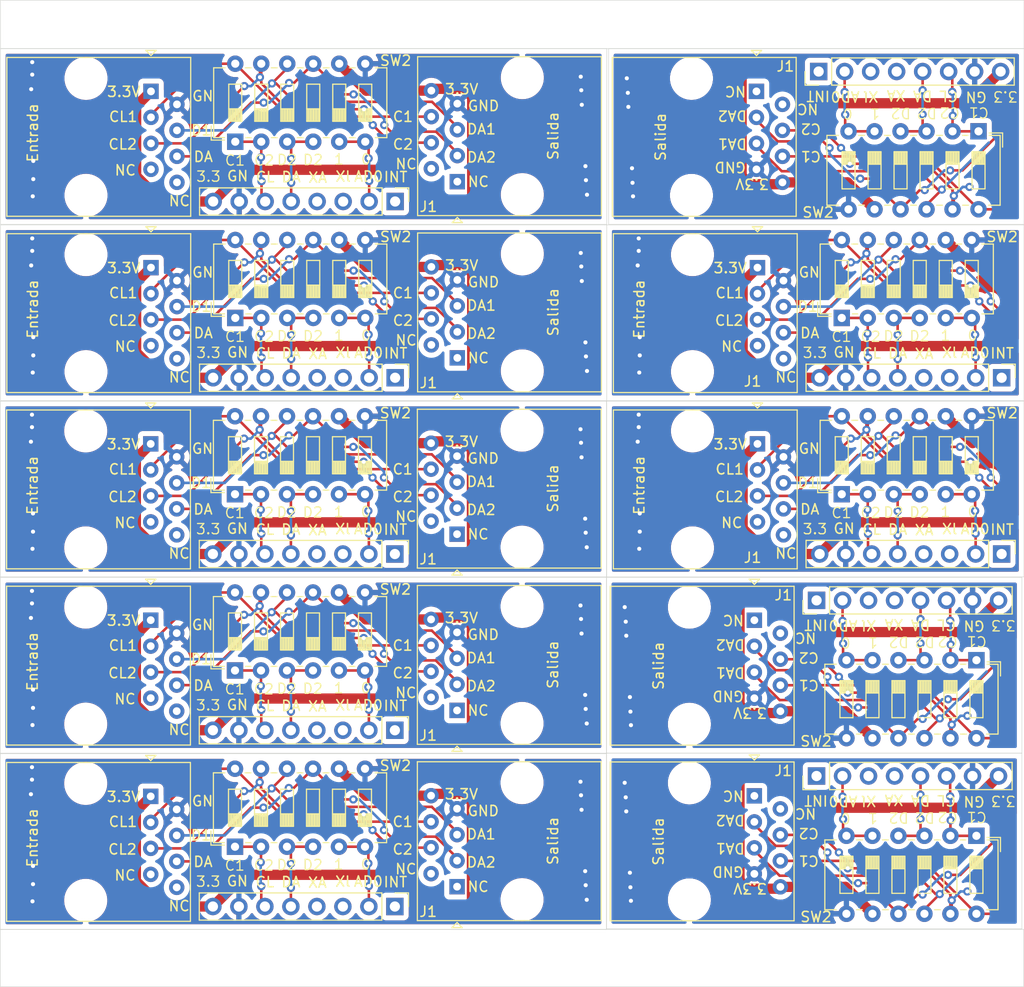
<source format=kicad_pcb>
(kicad_pcb (version 20211014) (generator pcbnew)
  (layers (0 "F.Cu" signal) (31 "B.Cu" signal) (34 "B.Paste" user) (35 "F.Paste" user) (36 "B.SilkS" user "B.Silkscreen") (37 "F.SilkS" user "F.Silkscreen") (38 "B.Mask" user) (39 "F.Mask" user) (44 "Edge.Cuts" user))
  (net 0 "")
  (net 1 "+3V3")
  (net 2 "GND")
  (net 3 "Net-(Entrada1-Pad3)")
  (net 4 "Net-(Entrada1-Pad4)")
  (net 5 "Net-(Entrada1-Pad5)")
  (net 6 "Net-(Entrada1-Pad6)")
  (net 10 "Net-(J1-Pad2)")
  (net 13 "Net-(J1-Pad5)")
  (net 14 "Net-(J1-Pad6)")
  (footprint "Connector_RJ:RJ45_Amphenol_54602-x08_Horizontal" (layer "F.Cu") (at 135.6052 63.5609 -90)
    (fp_text reference "Entrada")
    (fp_text value "RJ45")
  )
  (footprint "Button_Switch_THT:SW_DIP_SPSTx06_Slide_6.7x16.8mm_W7.62mm_P2.54mm_LowProfile" (layer "F.Cu") (at 84.5566 102.9208 90)
    (fp_text reference "SW2")
    (fp_text value "SW_DIP_x06")
  )
  (footprint "Button_Switch_THT:SW_DIP_SPSTx06_Slide_6.7x16.8mm_W7.62mm_P2.54mm_LowProfile" (layer "F.Cu") (at 143.8402 85.6996 90)
    (fp_text reference "SW2")
    (fp_text value "SW_DIP_x06")
  )
  (footprint "Connector_PinHeader_2.54mm:PinHeader_1x08_P2.54mm_Vertical" (layer "F.Cu") (at 159.4612 74.3204 -90)
    (fp_text reference "J1")
    (fp_text value "Conn_01x08_Female")
  )
  (footprint "Connector_PinHeader_2.54mm:PinHeader_1x08_P2.54mm_Vertical" (layer "F.Cu") (at 100.202957 74.3204 -90)
    (fp_text reference "J1")
    (fp_text value "Conn_01x08_Female")
  )
  (footprint "Button_Switch_THT:SW_DIP_SPSTx06_Slide_6.7x16.8mm_W7.62mm_P2.54mm_LowProfile" (layer "F.Cu") (at 156.9974 119.0752 -90)
    (fp_text reference "SW2")
    (fp_text value "SW_DIP_x06")
  )
  (footprint "Connector_RJ:RJ45_Amphenol_54602-x08_Horizontal" (layer "F.Cu") (at 76.3216 80.783283 -90)
    (fp_text reference "Entrada")
    (fp_text value "RJ45")
  )
  (footprint "Button_Switch_THT:SW_DIP_SPSTx06_Slide_6.7x16.8mm_W7.62mm_P2.54mm_LowProfile" (layer "F.Cu") (at 84.581957 68.4784 90)
    (fp_text reference "SW2")
    (fp_text value "SW_DIP_x06")
  )
  (footprint "Button_Switch_THT:SW_DIP_SPSTx06_Slide_6.7x16.8mm_W7.62mm_P2.54mm_LowProfile" (layer "F.Cu") (at 84.5566 120.142 90)
    (fp_text reference "SW2")
    (fp_text value "SW_DIP_x06")
  )
  (footprint "Connector_RJ:RJ45_Amphenol_54602-x08_Horizontal" (layer "F.Cu") (at 106.2536 89.602283 90)
    (fp_text reference "Salida")
    (fp_text value "RJ45")
  )
  (footprint "Button_Switch_THT:SW_DIP_SPSTx06_Slide_6.7x16.8mm_W7.62mm_P2.54mm_LowProfile" (layer "F.Cu") (at 156.999522 101.913988 -90)
    (fp_text reference "SW2")
    (fp_text value "SW_DIP_x06")
  )
  (footprint "Connector_RJ:RJ45_Amphenol_54602-x08_Horizontal" (layer "F.Cu") (at 76.3216 115.2245 -90)
    (fp_text reference "Entrada")
    (fp_text value "RJ45")
  )
  (footprint "Connector_PinHeader_2.54mm:PinHeader_1x08_P2.54mm_Vertical" (layer "F.Cu") (at 100.1776 91.542783 -90)
    (fp_text reference "J1")
    (fp_text value "Conn_01x08_Female")
  )
  (footprint "Connector_PinHeader_2.54mm:PinHeader_1x08_P2.54mm_Vertical" (layer "F.Cu") (at 141.3764 113.2332 90)
    (fp_text reference "J1")
    (fp_text value "Conn_01x08_Female")
  )
  (footprint "Connector_RJ:RJ45_Amphenol_54602-x08_Horizontal" (layer "F.Cu") (at 76.346957 63.5609 -90)
    (fp_text reference "Entrada")
    (fp_text value "RJ45")
  )
  (footprint "Connector_PinHeader_2.54mm:PinHeader_1x08_P2.54mm_Vertical" (layer "F.Cu") (at 141.582584 44.400292 90)
    (fp_text reference "J1")
    (fp_text value "Conn_01x08_Female")
  )
  (footprint "Connector_RJ:RJ45_Amphenol_54602-x08_Horizontal" (layer "F.Cu") (at 76.3216 98.0033 -90)
    (fp_text reference "Entrada")
    (fp_text value "RJ45")
  )
  (footprint "Connector_PinHeader_2.54mm:PinHeader_1x08_P2.54mm_Vertical" (layer "F.Cu") (at 100.1776 108.7628 -90)
    (fp_text reference "J1")
    (fp_text value "Conn_01x08_Female")
  )
  (footprint "Connector_PinHeader_2.54mm:PinHeader_1x08_P2.54mm_Vertical" (layer "F.Cu") (at 100.1776 125.984 -90)
    (fp_text reference "J1")
    (fp_text value "Conn_01x08_Female")
  )
  (footprint "Connector_RJ:RJ45_Amphenol_54602-x08_Horizontal" (layer "F.Cu") (at 135.302522 98.012488 -90)
    (fp_text reference "Salida")
    (fp_text value "RJ45")
  )
  (footprint "Connector_RJ:RJ45_Amphenol_54602-x08_Horizontal" (layer "F.Cu") (at 106.279 55.1587 90)
    (fp_text reference "Salida")
    (fp_text value "RJ45")
  )
  (footprint "Connector_RJ:RJ45_Amphenol_54602-x08_Horizontal" (layer "F.Cu") (at 106.2536 106.8223 90)
    (fp_text reference "Salida")
    (fp_text value "RJ45")
  )
  (footprint "Connector_RJ:RJ45_Amphenol_54602-x08_Horizontal" (layer "F.Cu") (at 106.2536 124.0435 90)
    (fp_text reference "Salida")
    (fp_text value "RJ45")
  )
  (footprint "Button_Switch_THT:SW_DIP_SPSTx06_Slide_6.7x16.8mm_W7.62mm_P2.54mm_LowProfile" (layer "F.Cu") (at 157.203584 50.242292 -90)
    (fp_text reference "SW2")
    (fp_text value "SW_DIP_x06")
  )
  (footprint "Connector_RJ:RJ45_Amphenol_54602-x08_Horizontal" (layer "F.Cu") (at 76.347 46.3397 -90)
    (fp_text reference "Entrada")
    (fp_text value "RJ45")
  )
  (footprint "Button_Switch_THT:SW_DIP_SPSTx06_Slide_6.7x16.8mm_W7.62mm_P2.54mm_LowProfile" (layer "F.Cu") (at 84.5566 85.700783 90)
    (fp_text reference "SW2")
    (fp_text value "SW_DIP_x06")
  )
  (footprint "Connector_RJ:RJ45_Amphenol_54602-x08_Horizontal" (layer "F.Cu") (at 135.6052 80.7821 -90)
    (fp_text reference "Entrada")
    (fp_text value "RJ45")
  )
  (footprint "Connector_RJ:RJ45_Amphenol_54602-x08_Horizontal" (layer "F.Cu") (at 135.506584 46.340792 -90)
    (fp_text reference "Salida")
    (fp_text value "RJ45")
  )
  (footprint "Connector_PinHeader_2.54mm:PinHeader_1x08_P2.54mm_Vertical" (layer "F.Cu") (at 100.203 57.0992 -90)
    (fp_text reference "J1")
    (fp_text value "Conn_01x08_Female")
  )
  (footprint "Connector_RJ:RJ45_Amphenol_54602-x08_Horizontal" (layer "F.Cu") (at 135.3004 115.1737 -90)
    (fp_text reference "Salida")
    (fp_text value "RJ45")
  )
  (footprint "Connector_PinHeader_2.54mm:PinHeader_1x08_P2.54mm_Vertical" (layer "F.Cu") (at 159.4612 91.5416 -90)
    (fp_text reference "J1")
    (fp_text value "Conn_01x08_Female")
  )
  (footprint "Connector_PinHeader_2.54mm:PinHeader_1x08_P2.54mm_Vertical" (layer "F.Cu") (at 141.378522 96.071988 90)
    (fp_text reference "J1")
    (fp_text value "Conn_01x08_Female")
  )
  (footprint "Button_Switch_THT:SW_DIP_SPSTx06_Slide_6.7x16.8mm_W7.62mm_P2.54mm_LowProfile" (layer "F.Cu") (at 84.582 51.2572 90)
    (fp_text reference "SW2")
    (fp_text value "SW_DIP_x06")
  )
  (footprint "Connector_RJ:RJ45_Amphenol_54602-x08_Horizontal" (layer "F.Cu") (at 106.278957 72.3799 90)
    (fp_text reference "Salida")
    (fp_text value "RJ45")
  )
  (footprint "Button_Switch_THT:SW_DIP_SPSTx06_Slide_6.7x16.8mm_W7.62mm_P2.54mm_LowProfile" (layer "F.Cu") (at 143.8402 68.4784 90)
    (fp_text reference "SW2")
    (fp_text value "SW_DIP_x06")
  )
  (gr_rect (start 61.645757 59.3852) (end 120.878557 76.5556) (layer "Edge.Cuts") (width 0.05) (fill none))
  (gr_rect (start 61.6458 37.4368) (end 161.6458 42.164) (layer "Edge.Cuts") (width 0.05) (fill none))
  (gr_rect (start 161.441738 111.006096) (end 120.852538 93.835696) (layer "Edge.Cuts") (width 0.05) (fill none))
  (gr_rect (start 61.6204 111.0488) (end 120.8532 128.2192) (layer "Edge.Cuts") (width 0.05) (fill none))
  (gr_rect (start 61.6204 128.2192) (end 161.6204 133.81) (layer "Edge.Cuts") (width 0.05) (fill none))
  (gr_rect (start 161.6458 59.3344) (end 121.0566 42.164) (layer "Edge.Cuts") (width 0.05) (fill none))
  (gr_rect (start 120.878557 59.3852) (end 161.64 76.5556) (layer "Edge.Cuts") (width 0.05) (fill none))
  (gr_rect (start 161.439616 128.167308) (end 120.850416 110.996908) (layer "Edge.Cuts") (width 0.05) (fill none))
  (gr_rect (start 61.6204 76.607583) (end 120.8532 93.777983) (layer "Edge.Cuts") (width 0.05) (fill none))
  (gr_rect (start 61.6204 93.8276) (end 120.8532 110.998) (layer "Edge.Cuts") (width 0.05) (fill none))
  (gr_rect (start 120.878557 76.6064) (end 161.64 93.7768) (layer "Edge.Cuts") (width 0.05) (fill none))
  (gr_rect (start 61.6458 42.164) (end 120.8786 59.3344) (layer "Edge.Cuts") (width 0.05) (fill none))
  (gr_text "0\n" (at 144.2212 117.348 180) (layer "F.SilkS") (effects (font (size 1 1) (thickness 0.125))))
  (gr_text "D1\n" (at 81.2292 101.8032) (layer "F.SilkS") (effects (font (size 1 1))))
  (gr_text "DA\n" (at 149.3012 71.9328) (layer "F.SilkS") (effects (font (size 1 1))))
  (gr_text "C2\n" (at 146.6596 87.5284) (layer "F.SilkS") (effects (font (size 1 1) (thickness 0.125))))
  (gr_text "DA2\n" (at 132.945722 100.389988 180) (layer "F.SilkS") (effects (font (size 1 1))))
  (gr_text "C1\n" (at 143.8148 70.3072) (layer "F.SilkS") (effects (font (size 1 1) (thickness 0.125))))
  (gr_text "AD0\n" (at 97.5868 123.5456) (layer "F.SilkS") (effects (font (size 1 1))))
  (gr_text "NC\n" (at 101.2444 87.885183) (layer "F.SilkS") (effects (font (size 1 1))))
  (gr_text "AD0\n" (at 97.5868 89.104383) (layer "F.SilkS") (effects (font (size 1 1))))
  (gr_text "INT\n" (at 159.512 89.154) (layer "F.SilkS") (effects (font (size 1 1))))
  (gr_text "D2\n" (at 89.6112 87.478783) (layer "F.SilkS") (effects (font (size 1 1) (thickness 0.125))))
  (gr_text "D2\n" (at 151.4348 87.4776) (layer "F.SilkS") (effects (font (size 1 1) (thickness 0.125))))
  (gr_text "C1\n" (at 157.024922 100.085188 180) (layer "F.SilkS") (effects (font (size 1 1) (thickness 0.125))))
  (gr_text "NC\n" (at 108.330957 72.39) (layer "F.SilkS") (effects (font (size 1 1))))
  (gr_text "XA" (at 148.947722 98.408788 180) (layer "F.SilkS") (effects (font (size 1 1))))
  (gr_text "GND\n\n" (at 132.7404 121.7676 180) (layer "F.SilkS") (effects (font (size 1 1))))
  (gr_text "DA\n" (at 90.0176 89.155183) (layer "F.SilkS") (effects (font (size 1 1))))
  (gr_text "CL1\n" (at 73.6346 48.8188) (layer "F.SilkS") (effects (font (size 1 1))))
  (gr_text "DA2\n" (at 132.9436 117.5512 180) (layer "F.SilkS") (effects (font (size 1 1))))
  (gr_text "DA2\n" (at 108.635757 70.0024) (layer "F.SilkS") (effects (font (size 1 1))))
  (gr_text "GN\n\n\n" (at 140.6652 82.8548) (layer "F.SilkS") (effects (font (size 1 1))))
  (gr_text "CL1\n" (at 73.6092 100.4824) (layer "F.SilkS") (effects (font (size 1 1))))
  (gr_text "C1\n" (at 84.556557 70.3072) (layer "F.SilkS") (effects (font (size 1 1) (thickness 0.125))))
  (gr_text "D2\n" (at 92.1766 53.0352) (layer "F.SilkS") (effects (font (size 1 1) (thickness 0.125))))
  (gr_text "C1\n" (at 140.616522 104.352388 180) (layer "F.SilkS") (effects (font (size 1 1))))
  (gr_text "GND\n\n" (at 108.8136 83.008383) (layer "F.SilkS") (effects (font (size 1 1))))
  (gr_text "GND\n\n" (at 108.838957 65.786) (layer "F.SilkS") (effects (font (size 1 1))))
  (gr_text "1\n" (at 147.068984 48.515092 180) (layer "F.SilkS") (effects (font (size 1 1) (thickness 0.125))))
  (gr_text "DA1\n" (at 133.149784 51.461492 180) (layer "F.SilkS") (effects (font (size 1 1))))
  (gr_text "D2\n" (at 151.9428 117.2972 180) (layer "F.SilkS") (effects (font (size 1 1) (thickness 0.125))))
  (gr_text "C1\n" (at 100.9396 100.4824) (layer "F.SilkS") (effects (font (size 1 1))))
  (gr_text "3.3V\n" (at 106.68 80.569983) (layer "F.SilkS") (effects (font (size 1 1))))
  (gr_text "3.3V\n" (at 106.705357 63.3476) (layer "F.SilkS") (effects (font (size 1 1))))
  (gr_text "DA1\n" (at 108.6104 101.7016) (layer "F.SilkS") (effects (font (size 1 1))))
  (gr_text "DA\n" (at 151.538522 98.459588 180) (layer "F.SilkS") (effects (font (size 1 1))))
  (gr_text "3.3V\n" (at 106.7054 46.1264) (layer "F.SilkS") (effects (font (size 1 1))))
  (gr_text "3.3\n" (at 141.224 89.1032) (layer "F.SilkS") (effects (font (size 1 1) (thickness 0.125))))
  (gr_text "C2\n" (at 140.6144 118.8212 180) (layer "F.SilkS") (effects (font (size 1 1))))
  (gr_text "DA\n" (at 90.0176 106.3752) (layer "F.SilkS") (effects (font (size 1 1))))
  (gr_text "NC\n" (at 73.8124 105.7148) (layer "F.SilkS") (effects (font (size 1 1))))
  (gr_text "D2\n" (at 92.176557 70.2564) (layer "F.SilkS") (effects (font (size 1 1) (thickness 0.125))))
  (gr_text "CL\n" (at 87.502957 71.9328) (layer "F.SilkS") (effects (font (size 1 1))))
  (gr_text "AD0\n" (at 143.9672 115.6716 180) (layer "F.SilkS") (effects (font (size 1 1))))
  (gr_text "CL2\n" (at 73.5584 103.1748) (layer "F.SilkS") (effects (font (size 1 1))))
  (gr_text "0\n" (at 156.6164 87.4268) (layer "F.SilkS") (effects (font (size 1 1) (thickness 0.125))))
  (gr_text "GND\n\n" (at 132.742522 104.606388 180) (layer "F.SilkS") (effects (font (size 1 1))))
  (gr_text "GN\n\n" (at 84.7852 124.3076) (layer "F.SilkS") (effects (font (size 1 1))))
  (gr_text "Xl\n" (at 154.3812 89.1032) (layer "F.SilkS") (effects (font (size 1 1))))
  (gr_text "CL2\n" (at 73.5584 120.396) (layer "F.SilkS") (effects (font (size 1 1))))
  (gr_text "GN\n\n" (at 84.8106 55.4228) (layer "F.SilkS") (effects (font (size 1 1))))
  (gr_text "CL1\n" (at 73.6092 83.262383) (layer "F.SilkS") (effects (font (size 1 1))))
  (gr_text "3.3V\n" (at 135.080184 55.373092 180) (layer "F.SilkS") (effects (font (size 1 1))))
  (gr_text "CL1\n" (at 73.634557 66.04) (layer "F.SilkS") (effects (font (size 1 1))))
  (gr_text "0\n" (at 144.427384 48.515092 180) (layer "F.SilkS") (effects (font (size 1 1) (thickness 0.125))))
  (gr_text "INT\n" (at 141.531784 46.787892 180) (layer "F.SilkS") (effects (font (size 1 1))))
  (gr_text "DA2\n" (at 108.6104 104.4448) (layer "F.SilkS") (effects (font (size 1 1))))
  (gr_text "NC\n" (at 101.2444 122.3264) (layer "F.SilkS") (effects (font (size 1 1))))
  (gr_text "3.3\n" (at 159.6136 115.6716 180) (layer "F.SilkS") (effects (font (size 1 1) (thickness 0.125))))
  (gr_text "1\n" (at 94.6912 104.648) (layer "F.SilkS") (effects (font (size 1 1) (thickness 0.125))))
  (gr_text "GN\n\n\n" (at 81.406957 65.6336) (layer "F.SilkS") (effects (font (size 1 1))))
  (gr_text "NC\n" (at 133.096 71.2724) (layer "F.SilkS") (effects (font (size 1 1))))
  (gr_text "0\n" (at 97.358157 70.2056) (layer "F.SilkS") (effects (font (size 1 1) (thickness 0.125))))
  (gr_text "1\n" (at 94.6912 87.427983) (layer "F.SilkS") (effects (font (size 1 1) (thickness 0.125))))
  (gr_text "DA" (at 81.457757 69.9516) (layer "F.SilkS") (effects (font (size 1 1))))
  (gr_text "NC\n" (at 73.8124 122.936) (layer "F.SilkS") (effects (font (size 1 1))))
  (gr_text "DA" (at 140.716 69.9516) (layer "F.SilkS") (effects (font (size 1 1))))
  (gr_text "D1\n" (at 81.2546 50.1396) (layer "F.SilkS") (effects (font (size 1 1))))
  (gr_text "3.3\n" (at 81.9404 123.5456) (layer "F.SilkS") (effects (font (size 1 1) (thickness 0.125))))
  (gr_text "C2\n" (at 87.376 104.7496) (layer "F.SilkS") (effects (font (size 1 1) (thickness 0.125))))
  (gr_text "NC\n" (at 133.454584 46.330692 180) (layer "F.SilkS") (effects (font (size 1 1))))
  (gr_text "GN\n\n" (at 84.7852 89.866383) (layer "F.SilkS") (effects (font (size 1 1))))
  (gr_text "C2\n" (at 154.180122 100.085188 180) (layer "F.SilkS") (effects (font (size 1 1) (thickness 0.125))))
  (gr_text "C1\n" (at 143.8148 87.5284) (layer "F.SilkS") (effects (font (size 1 1) (thickness 0.125))))
  (gr_text "INT\n" (at 100.2538 54.7116) (layer "F.SilkS") (effects (font (size 1 1))))
  (gr_text "NC\n" (at 101.2698 53.4416) (layer "F.SilkS") (effects (font (size 1 1))))
  (gr_text "D2\n" (at 92.1512 104.6988) (layer "F.SilkS") (effects (font (size 1 1) (thickness 0.125))))
  (gr_text "INT\n" (at 100.2284 106.3752) (layer "F.SilkS") (effects (font (size 1 1))))
  (gr_text "DA" (at 81.4324 87.173983) (layer "F.SilkS") (effects (font (size 1 1))))
  (gr_text "NC\n" (at 79.0956 108.712) (layer "F.SilkS") (effects (font (size 1 1))))
  (gr_text "C2\n" (at 100.9396 120.396) (layer "F.SilkS") (effects (font (size 1 1))))
  (gr_text "3.3V\n" (at 134.874 124.206 180) (layer "F.SilkS") (effects (font (size 1 1))))
  (gr_text "NC\n" (at 79.120957 74.2696) (layer "F.SilkS") (effects (font (size 1 1))))
  (gr_text "NC\n" (at 108.331 55.1688) (layer "F.SilkS") (effects (font (size 1 1))))
  (gr_text "Xl\n" (at 95.0976 89.104383) (layer "F.SilkS") (effects (font (size 1 1))))
  (gr_text "GN\n\n" (at 156.974984 46.076692 180) (layer "F.SilkS") (effects (font (size 1 1))))
  (gr_text "DA1\n" (at 108.6104 118.9228) (layer "F.SilkS") (effects (font (size 1 1))))
  (gr_text "DA\n" (at 151.742584 46.787892 180) (layer "F.SilkS") (effects (font (size 1 1))))
  (gr_text "NC\n" (at 108.3056 124.0536) (layer "F.SilkS") (effects (font (size 1 1))))
  (gr_text "CL\n" (at 146.7612 71.9328) (layer "F.SilkS") (effects (font (size 1 1))))
  (gr_text "GN\n\n" (at 144.0688 89.8652) (layer "F.SilkS") (effects (font (size 1 1))))
  (gr_text "GN\n\n" (at 84.7852 107.0864) (layer "F.SilkS") (effects (font (size 1 1))))
  (gr_text "3.3\n" (at 159.615722 98.510388 180) (layer "F.SilkS") (effects (font (size 1 1) (thickness 0.125))))
  (gr_text "CL\n" (at 87.4776 123.5964) (layer "F.SilkS") (effects (font (size 1 1))))
  (gr_text "D1\n" (at 140.5128 67.3608) (layer "F.SilkS") (effects (font (size 1 1))))
  (gr_text "GN\n\n" (at 156.770922 97.748388 180) (layer "F.SilkS") (effects (font (size 1 1))))
  (gr_text "0\n" (at 97.3328 121.8692) (layer "F.SilkS") (effects (font (size 1 1) (thickness 0.125))))
  (gr_text "CL1\n" (at 132.8928 83.2612) (layer "F.SilkS") (effects (font (size 1 1))))
  (gr_text "CL\n" (at 87.4776 89.155183) (layer "F.SilkS") (effects (font (size 1 1))))
  (gr_text "C1\n" (at 157.0228 117.2464 180) (layer "F.SilkS") (effects (font (size 1 1) (thickness 0.125))))
  (gr_text "C2\n" (at 87.4014 53.086) (layer "F.SilkS") (effects (font (size 1 1) (thickness 0.125))))
  (gr_text "0\n" (at 97.3582 52.9844) (layer "F.SilkS") (effects (font (size 1 1) (thickness 0.125))))
  (gr_text "D1\n" (at 81.254557 67.3608) (layer "F.SilkS") (effects (font (size 1 1))))
  (gr_text "INT\n" (at 141.3256 115.6208 180) (layer "F.SilkS") (effects (font (size 1 1))))
  (gr_text "CL\n" (at 154.078522 98.459588 180) (layer "F.SilkS") (effects (font (size 1 1))))
  (gr_text "NC\n" (at 73.8378 54.0512) (layer "F.SilkS") (effects (font (size 1 1))))
  (gr_text "GND\n\n" (at 108.8136 100.2284) (layer "F.SilkS") (effects (font (size 1 1))))
  (gr_text "0\n" (at 156.6164 70.2056) (layer "F.SilkS") (effects (font (size 1 1) (thickness 0.125))))
  (gr_text "NC\n" (at 138.3792 91.4908) (layer "F.SilkS") (effects (font (size 1 1))))
  (gr_text "0\n" (at 144.223322 100.186788 180) (layer "F.SilkS") (effects (font (size 1 1) (thickness 0.125))))
  (gr_text "CL\n" (at 154.282584 46.787892 180) (layer "F.SilkS") (effects (font (size 1 1))))
  (gr_text "DA2\n" (at 133.149784 48.718292 180) (layer "F.SilkS") (effects (font (size 1 1))))
  (gr_text "D1\n" (at 81.2292 119.0244) (layer "F.SilkS") (effects (font (size 1 1))))
  (gr_text "D2\n" (at 151.944922 100.135988 180) (layer "F.SilkS") (effects (font (size 1 1) (thickness 0.125))))
  (gr_text "DA" (at 81.4578 52.7304) (layer "F.SilkS") (effects (font (size 1 1))))
  (gr_text "D2\n" (at 149.4028 117.2972 180) (layer "F.SilkS") (effects (font (size 1 1) (thickness 0.125))))
  (gr_text "AD0\n" (at 143.969322 98.510388 180) (layer "F.SilkS") (effects (font (size 1 1))))
  (gr_text "GN\n\n\n" (at 140.6652 65.6336) (layer "F.SilkS") (effects (font (size 1 1))))
  (gr_text "3.3\n" (at 141.224 71.882) (layer "F.SilkS") (effects (font (size 1 1) (thickness 0.125))))
  (gr_text "3.3\n" (at 81.9658 54.6608) (layer "F.SilkS") (effects (font (size 1 1) (thickness 0.125))))
  (gr_text "NC\n" (at 73.8124 88.494783) (layer "F.SilkS") (effects (font (size 1 1))))
  (gr_text "XA" (at 92.6084 106.426) (layer "F.SilkS") (effects (font (size 1 1))))
  (gr_text "3.3\n" (at 81.9404 106.3244) (layer "F.SilkS") (effects (font (size 1 1) (thickness 0.125))))
  (gr_text "INT\n" (at 100.2284 123.5964) (layer "F.SilkS") (effects (font (size 1 1))))
  (gr_text "C1\n" (at 157.228984 48.413492 180) (layer "F.SilkS") (effects (font (size 1 1) (thickness 0.125))))
  (gr_text "NC\n" (at 79.0956 125.9332) (layer "F.SilkS") (effects (font (size 1 1))))
  (gr_text "NC\n" (at 133.2484 115.1636 180) (layer "F.SilkS") (effects (font (size 1 1))))
  (gr_text "C2\n" (at 100.9396 85.954783) (layer "F.SilkS") (effects (font (size 1 1))))
  (gr_text "DA\n" (at 149.3012 89.154) (layer "F.SilkS") (effects (font (size 1 1))))
  (gr_text "C2\n" (at 87.376 121.9708) (layer "F.SilkS") (effects (font (size 1 1) (thickness 0.125))))
  (gr_text "D2\n" (at 148.8948 70.2564) (layer "F.SilkS") (effects (font (size 1 1) (thickness 0.125))))
  (gr_text "D2\n" (at 149.404922 100.135988 180) (layer "F.SilkS") (effects (font (size 1 1) (thickness 0.125))))
  (gr_text "D2\n" (at 89.6366 53.0352) (layer "F.SilkS") (effects (font (size 1 1) (thickness 0.125))))
  (gr_text "3.3V\n" (at 73.685357 63.6016) (layer "F.SilkS") (effects (font (size 1 1))))
  (gr_text "CL1\n" (at 73.6092 117.7036) (layer "F.SilkS") (effects (font (size 1 1))))
  (gr_text "3.3\n" (at 159.819784 46.838692 180) (layer "F.SilkS") (effects (font (size 1 1) (thickness 0.125))))
  (gr_text "DA" (at 81.4324 121.6152) (layer "F.SilkS") (effects (font (size 1 1))))
  (gr_text "DA\n" (at 151.5364 115.6208 180) (layer "F.SilkS") (effects (font (size 1 1))))
  (gr_text "1\n" (at 146.864922 100.186788 180) (layer "F.SilkS") (effects (font (size 1 1) (thickness 0.125))))
  (gr_text "CL\n" (at 146.7612 89.154) (layer "F.SilkS") (effects (font (size 1 1))))
  (gr_text "AD0\n" (at 156.8704 71.882) (layer "F.SilkS") (effects (font (size 1 1))))
  (gr_text "XA" (at 149.151784 46.737092 180) (layer "F.SilkS") (effects (font (size 1 1))))
  (gr_text "INT\n" (at 100.2284 89.155183) (layer "F.SilkS") (effects (font (size 1 1))))
  (gr_text "3.3V\n" (at 134.876122 107.044788 180) (layer "F.SilkS") (effects (font (size 1 1))))
  (gr_text "DA\n" (at 90.0176 123.5964) (layer "F.SilkS") (effects (font (size 1 1))))
  (gr_text "NC\n" (at 140.515784 48.057892 180) (layer "F.SilkS") (effects (font (size 1 1))))
  (gr_text "C1\n" (at 140.6144 121.5136 180) (layer "F.SilkS") (effects (font (size 1 1))))
  (gr_text "CL\n" (at 154.0764 115.6208 180) (layer "F.SilkS") (effects (font (size 1 1))))
  (gr_text "C2\n" (at 87.376 87.529583) (layer "F.SilkS") (effects (font (size 1 1) (thickness 0.125))))
  (gr_text "CL2\n" (at 73.583757 68.7324) (layer "F.SilkS") (effects (font (size 1 1))))
  (gr_text "DA1\n" (at 132.945722 103.133188 180) (layer "F.SilkS") (effects (font (size 1 1))))
  (gr_text "NC\n" (at 79.0956 91.491983) (layer "F.SilkS") (effects (font (size 1 1))))
  (gr_text "NC\n" (at 133.250522 98.002388 180) (layer "F.SilkS") (effects (font (size 1 1))))
  (gr_text "GND\n\n" (at 108.839 48.5648) (layer "F.SilkS") (effects (font (size 1 1))))
  (gr_text "GN\n\n\n" (at 81.407 48.4124) (layer "F.SilkS") (effects (font (size 1 1))))
  (gr_text "AD0\n" (at 97.6122 54.6608) (layer "F.SilkS") (effects (font (size 1 1))))
  (gr_text "3.3V\n" (at 132.9436 80.8228) (layer "F.SilkS") (effects (font (size 1 1))))
  (gr_text "3.3V\n" (at 73.66 98.044) (layer "F.SilkS") (effects (font (size 1 1))))
  (gr_text "DA1\n" (at 108.6104 84.481583) (layer "F.SilkS") (effects (font (size 1 1))))
  (gr_text "Xl\n" (at 146.458522 98.510388 180) (layer "F.SilkS") (effects (font (size 1 1))))
  (gr_text "D2\n" (at 149.608984 48.464292 180) (layer "F.SilkS") (effects (font (size 1 1) (thickness 0.125))))
  (gr_text "3.3\n" (at 81.9404 89.104383) (layer "F.SilkS") (effects (font (size 1 1) (thickness 0.125))))
  (gr_text "3.3\n" (at 81.965757 71.882) (layer "F.SilkS") (effects (font (size 1 1) (thickness 0.125))))
  (gr_text "DA\n" (at 90.042957 71.9328) (layer "F.SilkS") (effects (font (size 1 1))))
  (gr_text "C2\n" (at 100.964957 68.7324) (layer "F.SilkS") (effects (font (size 1 1))))
  (gr_text "CL\n" (at 87.4776 106.3752) (layer "F.SilkS") (effects (font (size 1 1))))
  (gr_text "XA" (at 92.6338 54.7624) (layer "F.SilkS") (effects (font (size 1 1))))
  (gr_text "3.3V\n" (at 106.68 115.0112) (layer "F.SilkS") (effects (font (size 1 1))))
  (gr_text "C1\n" (at 84.5312 121.9708) (layer "F.SilkS") (effects (font (size 1 1) (thickness 0.125))))
  (gr_text "D2\n" (at 89.6112 104.6988) (layer "F.SilkS") (effects (font (size 1 1) (thickness 0.125))))
  (gr_text "C2\n" (at 100.9396 103.1748) (layer "F.SilkS") (effects (font (size 1 1))))
  (gr_text "CL2\n" (at 132.842 85.9536) (layer "F.SilkS") (effects (font (size 1 1))))
  (gr_text "AD0\n" (at 156.8704 89.1032) (layer "F.SilkS") (effects (font (size 1 1))))
  (gr_text "0\n" (at 97.3328 104.648) (layer "F.SilkS") (effects (font (size 1 1) (thickness 0.125))))
  (gr_text "XA" (at 148.9456 115.57 180) (layer "F.SilkS") (effects (font (size 1 1))))
  (gr_text "Xl\n" (at 95.0976 106.3244) (layer "F.SilkS") (effects (font (size 1 1))))
  (gr_text "GND\n\n" (at 108.8136 117.4496) (layer "F.SilkS") (effects (font (size 1 1))))
  (gr_text "1\n" (at 94.7166 52.9844) (layer "F.SilkS") (effects (font (size 1 1) (thickness 0.125))))
  (gr_text "NC\n" (at 101.2444 105.1052) (layer "F.SilkS") (effects (font (size 1 1))))
  (gr_text "Xl\n" (at 95.122957 71.882) (layer "F.SilkS") (effects (font (size 1 1))))
  (gr_text "GN\n\n" (at 156.7688 114.9096 180) (layer "F.SilkS") (effects (font (size 1 1))))
  (gr_text "C2\n" (at 154.178 117.2464 180) (layer "F.SilkS") (effects (font (size 1 1) (thickness 0.125))))
  (gr_text "AD0\n" (at 97.5868 106.3244) (layer "F.SilkS") (effects (font (size 1 1))))
  (gr_text "C1\n" (at 84.5566 53.086) (layer "F.SilkS") (effects (font (size 1 1) (thickness 0.125))))
  (gr_text "INT\n" (at 141.327722 98.459588 180) (layer "F.SilkS") (effects (font (size 1 1))))
  (gr_text "NC\n" (at 140.311722 99.729588 180) (layer "F.SilkS") (effects (font (size 1 1))))
  (gr_text "3.3V\n" (at 73.6854 46.3804) (layer "F.SilkS") (effects (font (size 1 1))))
  (gr_text "C1\n" (at 100.9396 117.7036) (layer "F.SilkS") (effects (font (size 1 1))))
  (gr_text "C1\n" (at 140.820584 52.680692 180) (layer "F.SilkS") (effects (font (size 1 1))))
  (gr_text "C2\n" (at 100.965 51.5112) (layer "F.SilkS") (effects (font (size 1 1))))
  (gr_text "XA" (at 92.6084 123.6472) (layer "F.SilkS") (effects (font (size 1 1))))
  (gr_text "DA2\n" (at 108.6104 121.666) (layer "F.SilkS") (effects (font (size 1 1))))
  (gr_text "C2\n" (at 154.384184 48.413492 180) (layer "F.SilkS") (effects (font (size 1 1) (thickness 0.125))))
  (gr_text "NC\n" (at 108.3056 106.8324) (layer "F.SilkS") (effects (font (size 1 1))))
  (gr_text "NC\n" (at 140.3096 116.8908 180) (layer "F.SilkS") (effects (font (size 1 1))))
  (gr_text "Xl\n" (at 154.3812 71.882) (layer "F.SilkS") (effects (font (size 1 1))))
  (gr_text "DA1\n" (at 132.9436 120.2944 180) (layer "F.SilkS") (effects (font (size 1 1))))
  (gr_text "DA1\n" (at 108.6358 50.038) (layer "F.SilkS") (effects (font (size 1 1))))
  (gr_text "GN\n\n" (at 84.810557 72.644) (layer "F.SilkS") (effects (font (size 1 1))))
  (gr_text "3.3V\n" (at 73.66 115.2652) (layer "F.SilkS") (effects (font (size 1 1))))
  (gr_text "3.3V\n" (at 132.9436 63.6016) (layer "F.SilkS") (effects (font (size 1 1))))
  (gr_text "NC\n" (at 101.269757 70.6628) (layer "F.SilkS") (effects (font (size 1 1))))
  (gr_text "1\n" (at 94.6912 121.8692) (layer "F.SilkS") (effects (font (size 1 1) (thickness 0.125))))
  (gr_text "DA\n" (at 90.043 54.7116) (layer "F.SilkS") (effects (font (size 1 1))))
  (gr_text "GND\n\n" (at 132.946584 52.934692 180) (layer "F.SilkS") (effects (font (size 1 1))))
  (gr_text "CL2\n" (at 73.5584 85.954783) (layer "F.SilkS") (effects (font (size 1 1))))
  (gr_text "Xl\n" (at 95.123 54.6608) (layer "F.SilkS") (effects (font (size 1 1))))
  (gr_text "D2\n" (at 92.1512 121.92) (layer "F.SilkS") (effects (font (size 1 1) (thickness 0.125))))
  (gr_text "C2\n" (at 146.6596 70.3072) (layer "F.SilkS") (effects (font (size 1 1) (thickness 0.125))))
  (gr_text "CL1\n" (at 132.8928 66.04) (layer "F.SilkS") (effects (font (size 1 1))))
  (gr_text "AD0\n" (at 97.612157 71.882) (layer "F.SilkS") (effects (font (size 1 1))))
  (gr_text "0\n" (at 97.3328 87.427983) (layer "F.SilkS") (effects (font (size 1 1) (thickness 0.125))))
  (gr_text "C2\n" (at 140.820584 49.988292 180) (layer "F.SilkS") (effects (font (size 1 1))))
  (gr_text "Xl\n" (at 146.4564 115.6716 180) (layer "F.SilkS") (effects (font (size 1 1))))
  (gr_text "3.3V\n" (at 106.68 97.79) (layer "F.SilkS") (effects (font (size 1 1))))
  (gr_text "GN\n\n\n" (at 81.3816 82.855983) (layer "F.SilkS") (effects (font (size 1 1))))
  (gr_text "1\n" (at 153.9748 87.4268) (layer "F.SilkS") (effects (font (size 1 1) (thickness 0.125))))
  (gr_text "INT\n" (at 159.512 71.9328) (layer "F.SilkS") (effects (font (size 1 1))))
  (gr_text "XA" (at 151.892 71.9836) (layer "F.SilkS") (effects (font (size 1 1))))
  (gr_text "1\n" (at 146.8628 117.348 180) (layer "F.SilkS") (effects (font (size 1 1) (thickness 0.125))))
  (gr_text "GN\n\n" (at 144.0688 72.644) (layer "F.SilkS") (effects (font (size 1 1))))
  (gr_text "D2\n" (at 89.636557 70.2564) (layer "F.SilkS") (effects (font (size 1 1) (thickness 0.125))))
  (gr_text "INT\n" (at 100.253757 71.9328) (layer "F.SilkS") (effects (font (size 1 1))))
  (gr_text "3.3V\n" (at 73.66 80.823983) (layer "F.SilkS") (effects (font (size 1 1))))
  (gr_text "C2\n" (at 140.616522 101.659988 180) (layer "F.SilkS") (effects (font (size 1 1))))
  (gr_text "C1\n" (at 84.5312 104.7496) (layer "F.SilkS") (effects (font (size 1 1) (thickness 0.125))))
  (gr_text "NC\n" (at 133.096 88.4936) (layer "F.SilkS") (effects (font (size 1 1))))
  (gr_text "DA2\n" (at 108.6358 52.7812) (layer "F.SilkS") (effects (font (size 1 1))))
  (gr_text "C1\n" (at 100.9396 83.262383) (layer "F.SilkS") (effects (font (size 1 1))))
  (gr_text "D1\n" (at 140.5128 84.582) (layer "F.SilkS") (effects (font (size 1 1))))
  (gr_text "DA2\n" (at 108.6104 87.224783) (layer "F.SilkS") (effects (font (size 1 1))))
  (gr_text "XA" (at 151.892 89.2048) (layer "F.SilkS") (effects (font (size 1 1))))
  (gr_text "GN\n\n\n" (at 81.3816 100.076) (layer "F.SilkS") (effects (font (size 1 1))))
  (gr_text "CL\n" (at 87.503 54.7116) (layer "F.SilkS") (effects (font (size 1 1))))
  (gr_text "D2\n" (at 151.4348 70.2564) (layer "F.SilkS") (effects (font (size 1 1) (thickness 0.125))))
  (gr_text "NC\n" (at 79.121 57.0484) (layer "F.SilkS") (effects (font (size 1 1))))
  (gr_text "1\n" (at 153.9748 70.2056) (layer "F.SilkS") (effects (font (size 1 1) (thickness 0.125))))
  (gr_text "DA" (at 81.4324 104.394) (layer "F.SilkS") (effects (font (size 1 1))))
  (gr_text "GN\n\n\n" (at 81.3816 117.2972) (layer "F.SilkS") (effects (font (size 1 1))))
  (gr_text "D2\n" (at 152.148984 48.464292 180) (layer "F.SilkS") (effects (font (size 1 1) (thickness 0.125))))
  (gr_text "C1\n" (at 100.965 48.8188) (layer "F.SilkS") (effects (font (size 1 1))))
  (gr_text "NC\n" (at 138.3792 74.2696) (layer "F.SilkS") (effects (font (size 1 1))))
  (gr_text "D1\n" (at 81.2292 84.583183) (layer "F.SilkS") (effects (font (size 1 1))))
  (gr_text "AD0\n" (at 144.173384 46.838692 180) (layer "F.SilkS") (effects (font (size 1 1))))
  (gr_text "Xl\n" (at 146.662584 46.838692 180) (layer "F.SilkS") (effects (font (size 1 1))))
  (gr_text "DA" (at 140.716 87.1728) (layer "F.SilkS") (effects (font (size 1 1))))
  (gr_text "NC\n" (at 108.3056 89.612383) (layer "F.SilkS") (effects (font (size 1 1))))
  (gr_text "C2\n" (at 87.401357 70.3072) (layer "F.SilkS") (effects (font (size 1 1) (thickness 0.125))))
  (gr_text "D2\n" (at 89.6112 121.92) (layer "F.SilkS") (effects (font (size 1 1) (thickness 0.125))))
  (gr_text "CL2\n" (at 132.842 68.7324) (layer "F.SilkS") (effects (font (size 1 1))))
  (gr_text "CL2\n" (at 73.5838 51.5112) (layer "F.SilkS") (effects (font (size 1 1))))
  (gr_text "NC\n" (at 73.837757 71.2724) (layer "F.SilkS") (effects (font (size 1 1))))
  (gr_text "C1\n" (at 84.5312 87.529583) (layer "F.SilkS") (effects (font (size 1 1) (thickness 0.125))))
  (gr_text "D2\n" (at 92.1512 87.478783) (layer "F.SilkS") (effects (font (size 1 1) (thickness 0.125))))
  (gr_text "XA" (at 92.6084 89.205983) (layer "F.SilkS") (effects (font (size 1 1))))
  (gr_text "Xl\n" (at 95.0976 123.5456) (layer "F.SilkS") (effects (font (size 1 1))))
  (gr_text "DA1\n" (at 108.635757 67.2592) (layer "F.SilkS") (effects (font (size 1 1))))
  (gr_text "D2\n" (at 148.8948 87.4776) (layer "F.SilkS") (effects (font (size 1 1) (thickness 0.125))))
  (gr_text "1\n" (at 94.716557 70.2056) (layer "F.SilkS") (effects (font (size 1 1) (thickness 0.125))))
  (gr_text "XA" (at 92.633757 71.9836) (layer "F.SilkS") (effects (font (size 1 1))))
  (gr_text "C1\n" (at 100.964957 66.04) (layer "F.SilkS") (effects (font (size 1 1))))
  (segment (start 144.412084 55.230792) (end 147.043584 57.862292) (width 1) (layer "F.Cu") (net 1))
  (segment (start 85.4964 122.8852) (end 100.838 122.8852) (width 1) (layer "F.Cu") (net 1))
  (segment (start 74.897489 54.602889) (end 77.3938 57.0992) (width 1) (layer "F.Cu") (net 1))
  (segment (start 103.9368 108.7628) (end 107.212122 108.7628) (width 1) (layer "F.Cu") (net 1))
  (segment (start 97.3735 46.2687) (end 94.742 43.6372) (width 1) (layer "F.Cu") (net 1))
  (segment (start 144.208022 106.902488) (end 146.839522 109.533988) (width 1) (layer "F.Cu") (net 1))
  (segment (start 140.718122 99.170788) (end 137.619322 96.071988) (width 1) (layer "F.Cu") (net 1))
  (segment (start 103.893111 114.973989) (end 103.7136 115.1535) (width 1) (layer "F.Cu") (net 1))
  (segment (start 134.548062 44.400292) (end 134.057073 44.891281) (width 1) (layer "F.Cu") (net 1))
  (segment (start 74.872089 116.674011) (end 74.872089 123.487689) (width 1) (layer "F.Cu") (net 1))
  (segment (start 107.703111 91.051794) (end 107.703111 81.339094) (width 1) (layer "F.Cu") (net 1))
  (segment (start 97.3481 115.1535) (end 94.7166 112.522) (width 1) (layer "F.Cu") (net 1))
  (segment (start 82.422957 74.3204) (end 85.521757 71.2216) (width 1) (layer "F.Cu") (net 1))
  (segment (start 133.850889 113.724189) (end 133.850889 123.436889) (width 1) (layer "F.Cu") (net 1))
  (segment (start 134.155689 82.231611) (end 134.155689 89.045289) (width 1) (layer "F.Cu") (net 1))
  (segment (start 135.6052 80.7821) (end 134.155689 82.231611) (width 1) (layer "F.Cu") (net 1))
  (segment (start 74.872089 99.452811) (end 74.872089 106.266489) (width 1) (layer "F.Cu") (net 1))
  (segment (start 144.2059 124.0637) (end 146.8374 126.6952) (width 1) (layer "F.Cu") (net 1))
  (segment (start 106.896789 80.532772) (end 103.893111 80.532772) (width 1) (layer "F.Cu") (net 1))
  (segment (start 141.6812 74.3204) (end 144.78 71.2216) (width 1) (layer "F.Cu") (net 1))
  (segment (start 141.6812 91.5416) (end 144.78 88.4428) (width 1) (layer "F.Cu") (net 1))
  (segment (start 74.897446 71.824089) (end 77.393757 74.3204) (width 1) (layer "F.Cu") (net 1))
  (segment (start 140.716 116.332) (end 137.6172 113.2332) (width 1) (layer "F.Cu") (net 1))
  (segment (start 77.3684 108.7628) (end 82.3976 108.7628) (width 1) (layer "F.Cu") (net 1))
  (segment (start 74.872089 89.046472) (end 77.3684 91.542783) (width 1) (layer "F.Cu") (net 1))
  (segment (start 103.9368 91.542783) (end 107.212122 91.542783) (width 1) (layer "F.Cu") (net 1))
  (segment (start 76.3216 98.0033) (end 74.872089 99.452811) (width 1) (layer "F.Cu") (net 1))
  (segment (start 100.838 88.443983) (end 103.9368 91.542783) (width 1) (layer "F.Cu") (net 1))
  (segment (start 134.057073 54.603981) (end 134.863395 55.410303) (width 1) (layer "F.Cu") (net 1))
  (segment (start 85.4964 105.664) (end 100.838 105.664) (width 1) (layer "F.Cu") (net 1))
  (segment (start 85.4964 88.443983) (end 100.838 88.443983) (width 1) (layer "F.Cu") (net 1))
  (segment (start 74.897489 47.789211) (end 74.897489 54.602889) (width 1) (layer "F.Cu") (net 1))
  (segment (start 106.896789 97.752789) (end 103.893111 97.752789) (width 1) (layer "F.Cu") (net 1))
  (segment (start 134.057073 44.891281) (end 134.057073 54.603981) (width 1) (layer "F.Cu") (net 1))
  (segment (start 107.703111 98.559111) (end 106.896789 97.752789) (width 1) (layer "F.Cu") (net 1))
  (segment (start 107.703111 108.271811) (end 107.703111 98.559111) (width 1) (layer "F.Cu") (net 1))
  (segment (start 82.3976 108.7628) (end 85.4964 105.664) (width 1) (layer "F.Cu") (net 1))
  (segment (start 85.5218 54.0004) (end 100.8634 54.0004) (width 1) (layer "F.Cu") (net 1))
  (segment (start 74.872089 123.487689) (end 77.3684 125.984) (width 1) (layer "F.Cu") (net 1))
  (segment (start 103.739 46.2687) (end 97.3735 46.2687) (width 1) (layer "F.Cu") (net 1))
  (segment (start 107.728468 64.116711) (end 106.922146 63.310389) (width 1) (layer "F.Cu") (net 1))
  (segment (start 100.838 122.8852) (end 103.9368 125.984) (width 1) (layer "F.Cu") (net 1))
  (segment (start 159.1564 113.2332) (end 156.0576 116.332) (width 1) (layer "F.Cu") (net 1))
  (segment (start 82.3976 91.542783) (end 85.4964 88.443983) (width 1) (layer "F.Cu") (net 1))
  (segment (start 77.393757 74.3204) (end 82.422957 74.3204) (width 1) (layer "F.Cu") (net 1))
  (segment (start 76.346957 63.5609) (end 74.897446 65.010411) (width 1) (layer "F.Cu") (net 1))
  (segment (start 134.155689 89.045289) (end 136.652 91.5416) (width 1) (layer "F.Cu") (net 1))
  (segment (start 103.7136 80.712283) (end 97.3481 80.712283) (width 1) (layer "F.Cu") (net 1))
  (segment (start 107.212122 91.542783) (end 107.703111 91.051794) (width 1) (layer "F.Cu") (net 1))
  (segment (start 134.344 96.071988) (end 133.853011 96.562977) (width 1) (layer "F.Cu") (net 1))
  (segment (start 107.237522 57.0992) (end 107.728511 56.608211) (width 1) (layer "F.Cu") (net 1))
  (segment (start 103.738957 63.4899) (end 97.373457 63.4899) (width 1) (layer "F.Cu") (net 1))
  (segment (start 133.853011 96.562977) (end 133.853011 106.275677) (width 1) (layer "F.Cu") (net 1))
  (segment (start 156.6317 63.4899) (end 154.0002 60.8584) (width 1) (layer "F.Cu") (net 1))
  (segment (start 76.3216 80.783283) (end 74.872089 82.232794) (width 1) (layer "F.Cu") (net 1))
  (segment (start 74.872089 82.232794) (end 74.872089 89.046472) (width 1) (layer "F.Cu") (net 1))
  (segment (start 134.155689 65.010411) (end 134.155689 71.824089) (width 1) (layer "F.Cu") (net 1))
  (segment (start 137.663011 107.081999) (end 137.842522 106.902488) (width 1) (layer "F.Cu") (net 1))
  (segment (start 107.703111 81.339094) (end 106.896789 80.532772) (width 1) (layer "F.Cu") (net 1))
  (segment (start 137.867073 55.410303) (end 138.046584 55.230792) (width 1) (layer "F.Cu") (net 1))
  (segment (start 103.893111 97.752789) (end 103.7136 97.9323) (width 1) (layer "F.Cu") (net 1))
  (segment (start 106.922146 63.310389) (end 103.918468 63.310389) (width 1) (layer "F.Cu") (net 1))
  (segment (start 103.962157 74.3204) (end 107.237479 74.3204) (width 1) (layer "F.Cu") (net 1))
  (segment (start 107.728468 73.829411) (end 107.728468 64.116711) (width 1) (layer "F.Cu") (net 1))
  (segment (start 156.6317 80.7111) (end 154.0002 78.0796) (width 1) (layer "F.Cu") (net 1))
  (segment (start 156.059722 99.170788) (end 140.718122 99.170788) (width 1) (layer "F.Cu") (net 1))
  (segment (start 135.6052 63.5609) (end 134.155689 65.010411) (width 1) (layer "F.Cu") (net 1))
  (segment (start 100.863357 71.2216) (end 103.962157 74.3204) (width 1) (layer "F.Cu") (net 1))
  (segment (start 138.046584 55.230792) (end 144.412084 55.230792) (width 1) (layer "F.Cu") (net 1))
  (segment (start 159.158522 96.071988) (end 156.059722 99.170788) (width 1) (layer "F.Cu") (net 1))
  (segment (start 100.838 105.664) (end 103.9368 108.7628) (width 1) (layer "F.Cu") (net 1))
  (segment (start 85.521757 71.2216) (end 100.863357 71.2216) (width 1) (layer "F.Cu") (net 1))
  (segment (start 77.3684 125.984) (end 82.3976 125.984) (width 1) (layer "F.Cu") (net 1))
  (segment (start 133.853011 106.275677) (end 134.659333 107.081999) (width 1) (layer "F.Cu") (net 1))
  (segment (start 159.362584 44.400292) (end 156.263784 47.499092) (width 1) (layer "F.Cu") (net 1))
  (segment (start 137.660889 124.243211) (end 137.8404 124.0637) (width 1) (layer "F.Cu") (net 1))
  (segment (start 134.863395 55.410303) (end 137.867073 55.410303) (width 1) (layer "F.Cu") (net 1))
  (segment (start 156.263784 47.499092) (end 140.922184 47.499092) (width 1) (layer "F.Cu") (net 1))
  (segment (start 82.423 57.0992) (end 85.5218 54.0004) (width 1) (layer "F.Cu") (net 1))
  (segment (start 76.347 46.3397) (end 74.897489 47.789211) (width 1) (layer "F.Cu") (net 1))
  (segment (start 137.842522 106.902488) (end 144.208022 106.902488) (width 1) (layer "F.Cu") (net 1))
  (segment (start 107.728511 56.608211) (end 107.728511 46.895511) (width 1) (layer "F.Cu") (net 1))
  (segment (start 103.918468 63.310389) (end 103.738957 63.4899) (width 1) (layer "F.Cu") (net 1))
  (segment (start 136.652 74.3204) (end 141.6812 74.3204) (width 1) (layer "F.Cu") (net 1))
  (segment (start 136.652 91.5416) (end 141.6812 91.5416) (width 1) (layer "F.Cu") (net 1))
  (segment (start 100.8634 54.0004) (end 103.9622 57.0992) (width 1) (layer "F.Cu") (net 1))
  (segment (start 103.7136 97.9323) (end 97.3481 97.9323) (width 1) (layer "F.Cu") (net 1))
  (segment (start 137.619322 96.071988) (end 134.344 96.071988) (width 1) (layer "F.Cu") (net 1))
  (segment (start 134.341878 113.2332) (end 133.850889 113.724189) (width 1) (layer "F.Cu") (net 1))
  (segment (start 74.872089 106.266489) (end 77.3684 108.7628) (width 1) (layer "F.Cu") (net 1))
  (segment (start 107.703111 115.780311) (end 106.896789 114.973989) (width 1) (layer "F.Cu") (net 1))
  (segment (start 156.0576 116.332) (end 140.716 116.332) (width 1) (layer "F.Cu") (net 1))
  (segment (start 77.3684 91.542783) (end 82.3976 91.542783) (width 1) (layer "F.Cu") (net 1))
  (segment (start 137.823384 44.400292) (end 134.548062 44.400292) (width 1) (layer "F.Cu") (net 1))
  (segment (start 137.6172 113.2332) (end 134.341878 113.2332) (width 1) (layer "F.Cu") (net 1))
  (segment (start 107.728511 46.895511) (end 106.922189 46.089189) (width 1) (layer "F.Cu") (net 1))
  (segment (start 134.155689 71.824089) (end 136.652 74.3204) (width 1) (layer "F.Cu") (net 1))
  (segment (start 103.9368 125.984) (end 107.212122 125.984) (width 1) (layer "F.Cu") (net 1))
  (segment (start 106.922189 46.089189) (end 103.918511 46.089189) (width 1) (layer "F.Cu") (net 1))
  (segment (start 106.896789 114.973989) (end 103.893111 114.973989) (width 1) (layer "F.Cu") (net 1))
  (segment (start 134.659333 107.081999) (end 137.663011 107.081999) (width 1) (layer "F.Cu") (net 1))
  (segment (start 74.897446 65.010411) (end 74.897446 71.824089) (width 1) (layer "F.Cu") (net 1))
  (segment (start 103.918511 46.089189) (end 103.739 46.2687) (width 1) (layer "F.Cu") (net 1))
  (segment (start 97.3481 97.9323) (end 94.7166 95.3008) (width 1) (layer "F.Cu") (net 1))
  (segment (start 97.373457 63.4899) (end 94.741957 60.8584) (width 1) (layer "F.Cu") (net 1))
  (segment (start 76.3216 115.2245) (end 74.872089 116.674011) (width 1) (layer "F.Cu") (net 1))
  (segment (start 107.703111 125.493011) (end 107.703111 115.780311) (width 1) (layer "F.Cu") (net 1))
  (segment (start 97.3481 80.712283) (end 94.7166 78.080783) (width 1) (layer "F.Cu") (net 1))
  (segment (start 77.3938 57.0992) (end 82.423 57.0992) (width 1) (layer "F.Cu") (net 1))
  (segment (start 107.237479 74.3204) (end 107.728468 73.829411) (width 1) (layer "F.Cu") (net 1))
  (segment (start 103.893111 80.532772) (end 103.7136 80.712283) (width 1) (layer "F.Cu") (net 1))
  (segment (start 144.78 88.4428) (end 160.1216 88.4428) (width 1) (layer "F.Cu") (net 1))
  (segment (start 140.922184 47.499092) (end 137.823384 44.400292) (width 1) (layer "F.Cu") (net 1))
  (segment (start 137.8404 124.0637) (end 144.2059 124.0637) (width 1) (layer "F.Cu") (net 1))
  (segment (start 133.850889 123.436889) (end 134.657211 124.243211) (width 1) (layer "F.Cu") (net 1))
  (segment (start 107.212122 125.984) (end 107.703111 125.493011) (width 1) (layer "F.Cu") (net 1))
  (segment (start 144.78 71.2216) (end 160.1216 71.2216) (width 1) (layer "F.Cu") (net 1))
  (segment (start 103.9622 57.0992) (end 107.237522 57.0992) (width 1) (layer "F.Cu") (net 1))
  (segment (start 134.657211 124.243211) (end 137.660889 124.243211) (width 1) (layer "F.Cu") (net 1))
  (segment (start 107.212122 108.7628) (end 107.703111 108.271811) (width 1) (layer "F.Cu") (net 1))
  (segment (start 103.7136 115.1535) (end 97.3481 115.1535) (width 1) (layer "F.Cu") (net 1))
  (segment (start 82.3976 125.984) (end 85.4964 122.8852) (width 1) (layer "F.Cu") (net 1))
  (via (at 64.6176 115.0112) (size 0.8) (drill 0.4) (layers "F.Cu" "B.Cu") (net 2))
  (via (at 124.1044 72.136) (size 0.8) (drill 0.4) (layers "F.Cu" "B.Cu") (net 2))
  (via (at 124.0028 79.1464) (size 0.8) (drill 0.4) (layers "F.Cu" "B.Cu") (net 2))
  (via (at 124.1044 70.358) (size 0.8) (drill 0.4) (layers "F.Cu" "B.Cu") (net 2))
  (via (at 64.7192 79.147583) (size 0.8) (drill 0.4) (layers "F.Cu" "B.Cu") (net 2))
  (via (at 124.1044 89.3572) (size 0.8) (drill 0.4) (layers "F.Cu" "B.Cu") (net 2))
  (via (at 118.9228 90.882383) (size 0.8) (drill 0.4) (layers "F.Cu" "B.Cu") (net 2))
  (via (at 123.396184 55.271492) (size 0.8) (drill 0.4) (layers "F.Cu" "B.Cu") (net 2))
  (via (at 64.8208 122.0216) (size 0.8) (drill 0.4) (layers "F.Cu" "B.Cu") (net 2))
  (via (at 124.0536 91.0336) (size 0.8) (drill 0.4) (layers "F.Cu" "B.Cu") (net 2))
  (via (at 64.8208 87.580383) (size 0.8) (drill 0.4) (layers "F.Cu" "B.Cu") (net 2))
  (via (at 64.7192 112.3696) (size 0.8) (drill 0.4) (layers "F.Cu" "B.Cu") (net 2))
  (via (at 118.846557 72.2376) (size 0.8) (drill 0.4) (layers "F.Cu" "B.Cu") (net 2))
  (via (at 124.0536 73.8124) (size 0.8) (drill 0.4) (layers "F.Cu" "B.Cu") (net 2))
  (via (at 118.3132 79.350783) (size 0.8) (drill 0.4) (layers "F.Cu" "B.Cu") (net 2))
  (via (at 122.837384 45.060692) (size 0.8) (drill 0.4) (layers "F.Cu" "B.Cu") (net 2))
  (via (at 118.338557 62.1284) (size 0.8) (drill 0.4) (layers "F.Cu" "B.Cu") (net 2))
  (via (at 64.8208 104.8004) (size 0.8) (drill 0.4) (layers "F.Cu" "B.Cu") (net 2))
  (via (at 64.846157 70.358) (size 0.8) (drill 0.4) (layers "F.Cu" "B.Cu") (net 2))
  (via (at 118.364 80.671583) (size 0.8) (drill 0.4) (layers "F.Cu" "B.Cu") (net 2))
  (via (at 118.9482 56.4388) (size 0.8) (drill 0.4) (layers "F.Cu" "B.Cu") (net 2))
  (via (at 64.8462 53.1368) (size 0.8) (drill 0.4) (layers "F.Cu" "B.Cu") (net 2))
  (via (at 64.77 108.2548) (size 0.8) (drill 0.4) (layers "F.Cu" "B.Cu") (net 2))
  (via (at 123.9012 63.3476) (size 0.8) (drill 0.4) (layers "F.Cu" "B.Cu") (net 2))
  (via (at 64.744557 61.9252) (size 0.8) (drill 0.4) (layers "F.Cu" "B.Cu") (net 2))
  (via (at 118.7704 88.088383) (size 0.8) (drill 0.4) (layers "F.Cu" "B.Cu") (net 2))
  (via (at 118.4402 47.6504) (size 0.8) (drill 0.4) (layers "F.Cu" "B.Cu") (net 2))
  (via (at 64.77 125.476) (size 0.8) (drill 0.4) (layers "F.Cu" "B.Cu") (net 2))
  (via (at 118.795757 70.866) (size 0.8) (drill 0.4) (layers "F.Cu" "B.Cu") (net 2))
  (via (at 118.8466 55.0164) (size 0.8) (drill 0.4) (layers "F.Cu" "B.Cu") (net 2))
  (via (at 64.7192 113.5888) (size 0.8) (drill 0.4) (layers "F.Cu" "B.Cu") (net 2))
  (via (at 123.242922 108.263988) (size 0.8) (drill 0.4) (layers "F.Cu" "B.Cu") (net 2))
  (via (at 64.6176 97.79) (size 0.8) (drill 0.4) (layers "F.Cu" "B.Cu") (net 2))
  (via (at 122.734922 98.154788) (size 0.8) (drill 0.4) (layers "F.Cu" "B.Cu") (net 2))
  (via (at 124.1044 87.5792) (size 0.8) (drill 0.4) (layers "F.Cu" "B.Cu") (net 2))
  (via (at 123.9012 80.5688) (size 0.8) (drill 0.4) (layers "F.Cu" "B.Cu") (net 2))
  (via (at 122.7328 115.316) (size 0.8) (drill 0.4) (layers "F.Cu" "B.Cu") (net 2))
  (via (at 64.8462 54.9148) (size 0.8) (drill 0.4) (layers "F.Cu" "B.Cu") (net 2))
  (via (at 118.9228 125.3236) (size 0.8) (drill 0.4) (layers "F.Cu" "B.Cu") (net 2))
  (via (at 64.643 46.1264) (size 0.8) (drill 0.4) (layers "F.Cu" "B.Cu") (net 2))
  (via (at 122.785722 99.526388) (size 0.8) (drill 0.4) (layers "F.Cu" "B.Cu") (net 2))
  (via (at 64.7446 43.4848) (size 0.8) (drill 0.4) (layers "F.Cu" "B.Cu") (net 2))
  (via (at 64.7192 77.928383) (size 0.8) (drill 0.4) (layers "F.Cu" "B.Cu") (net 2))
  (via (at 122.633322 96.732388) (size 0.8) (drill 0.4) (layers "F.Cu" "B.Cu") (net 2))
  (via (at 123.19 124.1044) (size 0.8) (drill 0.4) (layers "F.Cu" "B.Cu") (net 2))
  (via (at 123.2408 125.4252) (size 0.8) (drill 0.4) (layers "F.Cu" "B.Cu") (net 2))
  (via (at 118.8212 106.68) (size 0.8) (drill 0.4) (layers "F.Cu" "B.Cu") (net 2))
  (via (at 118.364 97.8916) (size 0.8) (drill 0.4) (layers "F.Cu" "B.Cu") (net 2))
  (via (at 118.3132 96.5708) (size 0.8) (drill 0.4) (layers "F.Cu" "B.Cu") (net 2))
  (via (at 123.1392 122.682) (size 0.8) (drill 0.4) (layers "F.Cu" "B.Cu") (net 2))
  (via (at 64.6176 80.569983) (size 0.8) (drill 0.4) (layers "F.Cu" "B.Cu") (net 2))
  (via (at 118.7958 53.6448) (size 0.8) (drill 0.4) (layers "F.Cu" "B.Cu") (net 2))
  (via (at 118.948157 73.66) (size 0.8) (drill 0.4) (layers "F.Cu" "B.Cu") (net 2))
  (via (at 123.141322 105.520788) (size 0.8) (drill 0.4) (layers "F.Cu" "B.Cu") (net 2))
  (via (at 118.4148 116.5352) (size 0.8) (drill 0.4) (layers "F.Cu" "B.Cu") (net 2))
  (via (at 123.446984 56.592292) (size 0.8) (drill 0.4) (layers "F.Cu" "B.Cu") (net 2))
  (via (at 122.7836 116.6876) (size 0.8) (drill 0.4) (layers "F.Cu" "B.Cu") (net 2))
  (via (at 118.8212 89.459983) (size 0.8) (drill 0.4) (layers "F.Cu" "B.Cu") (net 2))
  (via (at 118.7704 105.3084) (size 0.8) (drill 0.4) (layers "F.Cu" "B.Cu") (net 2))
  (via (at 123.192122 106.943188) (size 0.8) (drill 0.4) (layers "F.Cu" "B.Cu") (net 2))
  (via (at 118.8212 123.9012) (size 0.8) (drill 0.4) (layers "F.Cu" "B.Cu") (net 2))
  (via (at 118.9228 108.1024) (size 0.8) (drill 0.4) (layers "F.Cu" "B.Cu") (net 2))
  (via (at 64.77 91.034783) (size 0.8) (drill 0.4) (layers "F.Cu" "B.Cu") (net 2))
  (via (at 122.989784 47.854692) (size 0.8) (drill 0.4) (layers "F.Cu" "B.Cu") (net 2))
  (via (at 64.642957 63.3476) (size 0.8) (drill 0.4) (layers "F.Cu" "B.Cu") (net 2))
  (via (at 118.7704 122.5296) (size 0.8) (drill 0.4) (layers "F.Cu" "B.Cu") (net 2))
  (via (at 118.389357 63.4492) (size 0.8) (drill 0.4) (layers "F.Cu" "B.Cu") (net 2))
  (via (at 64.7446 44.704) (size 0.8) (drill 0.4) (layers "F.Cu" "B.Cu") (net 2))
  (via (at 64.7192 96.3676) (size 0.8) (drill 0.4) (layers "F.Cu" "B.Cu") (net 2))
  (via (at 64.795357 73.8124) (size 0.8) (drill 0.4) (layers "F.Cu" "B.Cu") (net 2))
  (via (at 64.7954 56.5912) (size 0.8) (drill 0.4) (layers "F.Cu" "B.Cu") (net 2))
  (via (at 124.0028 60.706) (size 0.8) (drill 0.4) (layers "F.Cu" "B.Cu") (net 2))
  (via (at 124.0028 61.9252) (size 0.8) (drill 0.4) (layers "F.Cu" "B.Cu") (net 2))
  (via (at 64.7192 95.1484) (size 0.8) (drill 0.4) (layers "F.Cu" "B.Cu") (net 2))
  (via (at 118.4148 82.093983) (size 0.8) (drill 0.4) (layers "F.Cu" "B.Cu") (net 2))
  (via (at 122.938984 46.483092) (size 0.8) (drill 0.4) (layers "F.Cu" "B.Cu") (net 2))
  (via (at 118.440157 64.8716) (size 0.8) (drill 0.4) (layers "F.Cu" "B.Cu") (net 2))
  (via (at 122.6312 113.8936) (size 0.8) (drill 0.4) (layers "F.Cu" "B.Cu") (net 2))
  (via (at 64.846157 72.136) (size 0.8) (drill 0.4) (layers "F.Cu" "B.Cu") (net 2))
  (via (at 118.3132 113.792) (size 0.8) (drill 0.4) (layers "F.Cu" "B.Cu") (net 2))
  (via (at 118.364 115.1128) (size 0.8) (drill 0.4) (layers "F.Cu" "B.Cu") (net 2))
  (via (at 64.744557 60.706) (size 0.8) (drill 0.4) (layers "F.Cu" "B.Cu") (net 2))
  (via (at 64.8208 106.5784) (size 0.8) (drill 0.4) (layers "F.Cu" "B.Cu") (net 2))
  (via (at 64.8208 123.7996) (size 0.8) (drill 0.4) (layers "F.Cu" "B.Cu") (net 2))
  (via (at 64.8208 89.358383) (size 0.8) (drill 0.4) (layers "F.Cu" "B.Cu") (net 2))
  (via (at 118.4148 99.314) (size 0.8) (drill 0.4) (layers "F.Cu" "B.Cu") (net 2))
  (via (at 124.0028 77.9272) (size 0.8) (drill 0.4) (layers "F.Cu" "B.Cu") (net 2))
  (via (at 123.345384 53.849092) (size 0.8) (drill 0.4) (layers "F.Cu" "B.Cu") (net 2))
  (via (at 118.3894 46.228) (size 0.8) (drill 0.4) (layers "F.Cu" "B.Cu") (net 2))
  (via (at 118.3386 44.9072) (size 0.8) (drill 0.4) (layers "F.Cu" "B.Cu") (net 2))
  (segment (start 89.7535 48.8087) (end 103.739 48.8087) (width 0.25) (layer "F.Cu") (net 3))
  (segment (start 135.6052 66.1009) (end 135.6052 65.851311) (width 0.25) (layer "F.Cu") (net 3))
  (segment (start 143.8402 60.8584) (end 149.0117 66.0299) (width 0.25) (layer "F.Cu") (net 3))
  (segment (start 135.6052 65.851311) (end 140.598111 60.8584) (width 0.25) (layer "F.Cu") (net 3))
  (segment (start 76.3216 83.073694) (end 81.314511 78.080783) (width 0.25) (layer "F.Cu") (net 3))
  (segment (start 81.339868 60.8584) (end 84.581957 60.8584) (width 0.25) (layer "F.Cu") (net 3))
  (segment (start 81.314511 78.080783) (end 84.5566 78.080783) (width 0.25) (layer "F.Cu") (net 3))
  (segment (start 160.239489 126.6952) (end 156.9974 126.6952) (width 0.25) (layer "F.Cu") (net 3))
  (segment (start 84.5566 78.080783) (end 89.7281 83.252283) (width 0.25) (layer "F.Cu") (net 3))
  (segment (start 76.3216 100.5433) (end 76.3216 100.293711) (width 0.25) (layer "F.Cu") (net 3))
  (segment (start 157.203584 57.862292) (end 152.032084 52.690792) (width 0.25) (layer "F.Cu") (net 3))
  (segment (start 76.346957 66.1009) (end 76.346957 65.851311) (width 0.25) (layer "F.Cu") (net 3))
  (segment (start 81.339911 43.6372) (end 84.582 43.6372) (width 0.25) (layer "F.Cu") (net 3))
  (segment (start 89.7281 83.252283) (end 103.7136 83.252283) (width 0.25) (layer "F.Cu") (net 3))
  (segment (start 151.8259 121.5237) (end 137.8404 121.5237) (width 0.25) (layer "F.Cu") (net 3))
  (segment (start 160.241611 109.533988) (end 156.999522 109.533988) (width 0.25) (layer "F.Cu") (net 3))
  (segment (start 76.3216 117.514911) (end 81.314511 112.522) (width 0.25) (layer "F.Cu") (net 3))
  (segment (start 140.598111 60.8584) (end 143.8402 60.8584) (width 0.25) (layer "F.Cu") (net 3))
  (segment (start 89.7281 117.6935) (end 103.7136 117.6935) (width 0.25) (layer "F.Cu") (net 3))
  (segment (start 152.032084 52.690792) (end 138.046584 52.690792) (width 0.25) (layer "F.Cu") (net 3))
  (segment (start 76.347 48.630111) (end 81.339911 43.6372) (width 0.25) (layer "F.Cu") (net 3))
  (segment (start 84.5566 112.522) (end 89.7281 117.6935) (width 0.25) (layer "F.Cu") (net 3))
  (segment (start 81.314511 95.3008) (end 84.5566 95.3008) (width 0.25) (layer "F.Cu") (net 3))
  (segment (start 156.9974 126.6952) (end 151.8259 121.5237) (width 0.25) (layer "F.Cu") (net 3))
  (segment (start 76.3216 100.293711) (end 81.314511 95.3008) (width 0.25) (layer "F.Cu") (net 3))
  (segment (start 81.314511 112.522) (end 84.5566 112.522) (width 0.25) (layer "F.Cu") (net 3))
  (segment (start 156.999522 109.533988) (end 151.828022 104.362488) (width 0.25) (layer "F.Cu") (net 3))
  (segment (start 84.581957 60.8584) (end 89.753457 66.0299) (width 0.25) (layer "F.Cu") (net 3))
  (segment (start 76.347 48.8797) (end 76.347 48.630111) (width 0.25) (layer "F.Cu") (net 3))
  (segment (start 140.598111 78.0796) (end 143.8402 78.0796) (width 0.25) (layer "F.Cu") (net 3))
  (segment (start 76.3216 83.323283) (end 76.3216 83.073694) (width 0.25) (layer "F.Cu") (net 3))
  (segment (start 143.8402 78.0796) (end 149.0117 83.2511) (width 0.25) (layer "F.Cu") (net 3))
  (segment (start 135.6052 83.3221) (end 135.6052 83.072511) (width 0.25) (layer "F.Cu") (net 3))
  (segment (start 160.445673 57.862292) (end 157.203584 57.862292) (width 0.25) (layer "F.Cu") (net 3))
  (segment (start 84.582 43.6372) (end 89.7535 48.8087) (width 0.25) (layer "F.Cu") (net 3))
  (segment (start 135.6052 83.072511) (end 140.598111 78.0796) (width 0.25) (layer "F.Cu") (net 3))
  (segment (start 76.346957 65.851311) (end 81.339868 60.8584) (width 0.25) (layer "F.Cu") (net 3))
  (segment (start 151.828022 104.362488) (end 137.842522 104.362488) (width 0.25) (layer "F.Cu") (net 3))
  (segment (start 89.753457 66.0299) (end 103.738957 66.0299) (width 0.25) (layer "F.Cu") (net 3))
  (segment (start 89.7281 100.4723) (end 103.7136 100.4723) (width 0.25) (layer "F.Cu") (net 3))
  (segment (start 76.3216 117.7645) (end 76.3216 117.514911) (width 0.25) (layer "F.Cu") (net 3))
  (segment (start 84.5566 95.3008) (end 89.7281 100.4723) (width 0.25) (layer "F.Cu") (net 3))
  (segment (start 147.426258 62.784142) (end 148.9202 61.2902) (width 0.25) (layer "F.Cu") (net 4))
  (segment (start 89.6366 95.7326) (end 89.6366 95.3008) (width 0.25) (layer "F.Cu") (net 4))
  (segment (start 151.9174 126.2634) (end 151.9174 126.6952) (width 0.25) (layer "F.Cu") (net 4))
  (segment (start 88.168015 62.784142) (end 89.661957 61.2902) (width 0.25) (layer "F.Cu") (net 4))
  (segment (start 90.359111 81.803272) (end 103.784178 81.803272) (width 0.25) (layer "F.Cu") (net 4))
  (segment (start 147.823342 80.005342) (end 149.606 81.788) (width 0.25) (layer "F.Cu") (net 4))
  (segment (start 106.279 49.829111) (end 106.279 50.0787) (width 0.25) (layer "F.Cu") (net 4))
  (segment (start 103.809535 64.580889) (end 106.278957 67.050311) (width 0.25) (layer "F.Cu") (net 4))
  (segment (start 89.6366 112.9538) (end 89.6366 112.522) (width 0.25) (layer "F.Cu") (net 4))
  (segment (start 88.168058 45.562942) (end 89.662 44.069) (width 0.25) (layer "F.Cu") (net 4))
  (segment (start 152.123584 57.430492) (end 152.123584 57.862292) (width 0.25) (layer "F.Cu") (net 4))
  (segment (start 90.359111 116.244489) (end 103.784178 116.244489) (width 0.25) (layer "F.Cu") (net 4))
  (segment (start 90.384468 64.580889) (end 103.809535 64.580889) (width 0.25) (layer "F.Cu") (net 4))
  (segment (start 88.142658 80.006525) (end 88.539742 80.006525) (width 0.25) (layer "F.Cu") (net 4))
  (segment (start 151.194889 122.972711) (end 137.769822 122.972711) (width 0.25) (layer "F.Cu") (net 4))
  (segment (start 88.539742 114.447742) (end 90.3224 116.2304) (width 0.25) (layer "F.Cu") (net 4))
  (segment (start 88.142658 80.006525) (end 89.6366 78.512583) (width 0.25) (layer "F.Cu") (net 4))
  (segment (start 147.823342 62.784142) (end 149.606 64.5668) (width 0.25) (layer "F.Cu") (net 4))
  (segment (start 88.168015 62.784142) (end 88.565099 62.784142) (width 0.25) (layer "F.Cu") (net 4))
  (segment (start 153.411342 124.769458) (end 153.014258 124.769458) (width 0.25) (layer "F.Cu") (net 4))
  (segment (start 151.919522 109.102188) (end 151.919522 109.533988) (width 0.25) (layer "F.Cu") (net 4))
  (segment (start 137.769822 122.972711) (end 135.3004 120.503289) (width 0.25) (layer "F.Cu") (net 4))
  (segment (start 135.506584 51.670381) (end 135.506584 51.420792) (width 0.25) (layer "F.Cu") (net 4))
  (segment (start 88.142658 97.226542) (end 88.539742 97.226542) (width 0.25) (layer "F.Cu") (net 4))
  (segment (start 106.2536 118.713911) (end 106.2536 118.9635) (width 0.25) (layer "F.Cu") (net 4))
  (segment (start 153.014258 124.769458) (end 151.2316 122.9868) (width 0.25) (layer "F.Cu") (net 4))
  (segment (start 147.426258 80.005342) (end 148.9202 78.5114) (width 0.25) (layer "F.Cu") (net 4))
  (segment (start 103.784178 99.023289) (end 106.2536 101.492711) (width 0.25) (layer "F.Cu") (net 4))
  (segment (start 88.142658 97.226542) (end 89.6366 95.7326) (width 0.25) (layer "F.Cu") (net 4))
  (segment (start 88.142658 114.447742) (end 88.539742 114.447742) (width 0.25) (layer "F.Cu") (net 4))
  (segment (start 88.565099 62.784142) (end 90.347757 64.5668) (width 0.25) (layer "F.Cu") (net 4))
  (segment (start 137.771944 105.811499) (end 135.302522 103.342077) (width 0.25) (layer "F.Cu") (net 4))
  (segment (start 89.661957 61.2902) (end 89.661957 60.8584) (width 0.25) (layer "F.Cu") (net 4))
  (segment (start 106.278957 67.050311) (end 106.278957 67.2999) (width 0.25) (layer "F.Cu") (net 4))
  (segment (start 103.784178 81.803272) (end 106.2536 84.272694) (width 0.25) (layer "F.Cu") (net 4))
  (segment (start 106.2536 101.492711) (end 106.2536 101.7423) (width 0.25) (layer "F.Cu") (net 4))
  (segment (start 153.01638 107.608246) (end 151.233722 105.825588) (width 0.25) (layer "F.Cu") (net 4))
  (segment (start 135.302522 103.342077) (end 135.302522 103.092488) (width 0.25) (layer "F.Cu") (net 4))
  (segment (start 103.809578 47.359689) (end 106.279 49.829111) (width 0.25) (layer "F.Cu") (net 4))
  (segment (start 153.617526 55.93655) (end 152.123584 57.430492) (width 0.25) (layer "F.Cu") (net 4))
  (segment (start 151.401073 54.139803) (end 137.976006 54.139803) (width 0.25) (layer "F.Cu") (net 4))
  (segment (start 151.197011 105.811499) (end 137.771944 105.811499) (width 0.25) (layer "F.Cu") (net 4))
  (segment (start 147.426258 62.784142) (end 147.823342 62.784142) (width 0.25) (layer "F.Cu") (net 4))
  (segment (start 153.411342 124.769458) (end 151.9174 126.2634) (width 0.25) (layer "F.Cu") (net 4))
  (segment (start 106.2536 84.272694) (end 106.2536 84.522283) (width 0.25) (layer "F.Cu") (net 4))
  (segment (start 88.539742 97.226542) (end 90.3224 99.0092) (width 0.25) (layer "F.Cu") (net 4))
  (segment (start 88.142658 114.447742) (end 89.6366 112.9538) (width 0.25) (layer "F.Cu") (net 4))
  (segment (start 89.662 44.069) (end 89.662 43.6372) (width 0.25) (layer "F.Cu") (net 4))
  (segment (start 137.976006 54.139803) (end 135.506584 51.670381) (width 0.25) (layer "F.Cu") (net 4))
  (segment (start 88.168058 45.562942) (end 88.565142 45.562942) (width 0.25) (layer "F.Cu") (net 4))
  (segment (start 153.220442 55.93655) (end 151.437784 54.153892) (width 0.25) (layer "F.Cu") (net 4))
  (segment (start 89.6366 78.512583) (end 89.6366 78.080783) (width 0.25) (layer "F.Cu") (net 4))
  (segment (start 148.9202 61.2902) (end 148.9202 60.8584) (width 0.25) (layer "F.Cu") (net 4))
  (segment (start 103.784178 116.244489) (end 106.2536 118.713911) (width 0.25) (layer "F.Cu") (net 4))
  (segment (start 135.3004 120.503289) (end 135.3004 120.2537) (width 0.25) (layer "F.Cu") (net 4))
  (segment (start 90.384511 47.359689) (end 103.809578 47.359689) (width 0.25) (layer "F.Cu") (net 4))
  (segment (start 90.359111 99.023289) (end 103.784178 99.023289) (width 0.25) (layer "F.Cu") (net 4))
  (segment (start 153.413464 107.608246) (end 151.919522 109.102188) (width 0.25) (layer "F.Cu") (net 4))
  (segment (start 88.565142 45.562942) (end 90.3478 47.3456) (width 0.25) (layer "F.Cu") (net 4))
  (segment (start 148.9202 78.5114) (end 148.9202 78.0796) (width 0.25) (layer "F.Cu") (net 4))
  (segment (start 153.413464 107.608246) (end 153.01638 107.608246) (width 0.25) (layer "F.Cu") (net 4))
  (segment (start 153.617526 55.93655) (end 153.220442 55.93655) (width 0.25) (layer "F.Cu") (net 4))
  (segment (start 147.426258 80.005342) (end 147.823342 80.005342) (width 0.25) (layer "F.Cu") (net 4))
  (segment (start 88.539742 80.006525) (end 90.3224 81.789183) (width 0.25) (layer "F.Cu") (net 4))
  (via (at 153.413464 107.608246) (size 0.8) (drill 0.4) (layers "F.Cu" "B.Cu") (net 4))
  (via (at 88.168058 45.562942) (size 0.8) (drill 0.4) (layers "F.Cu" "B.Cu") (net 4))
  (via (at 147.426258 62.784142) (size 0.8) (drill 0.4) (layers "F.Cu" "B.Cu") (net 4))
  (via (at 153.617526 55.93655) (size 0.8) (drill 0.4) (layers "F.Cu" "B.Cu") (net 4))
  (via (at 88.168015 62.784142) (size 0.8) (drill 0.4) (layers "F.Cu" "B.Cu") (net 4))
  (via (at 147.426258 80.005342) (size 0.8) (drill 0.4) (layers "F.Cu" "B.Cu") (net 4))
  (via (at 88.142658 114.447742) (size 0.8) (drill 0.4) (layers "F.Cu" "B.Cu") (net 4))
  (via (at 153.411342 124.769458) (size 0.8) (drill 0.4) (layers "F.Cu" "B.Cu") (net 4))
  (via (at 88.142658 80.006525) (size 0.8) (drill 0.4) (layers "F.Cu" "B.Cu") (net 4))
  (via (at 88.142658 97.226542) (size 0.8) (drill 0.4) (layers "F.Cu" "B.Cu") (net 4))
  (segment (start 138.1452 67.3709) (end 142.8395 67.3709) (width 0.25) (layer "B.Cu") (net 4))
  (segment (start 142.8395 84.5921) (end 147.426258 80.005342) (width 0.25) (layer "B.Cu") (net 4))
  (segment (start 158.000222 103.021488) (end 153.413464 107.608246) (width 0.25) (layer "B.Cu") (net 4))
  (segment (start 83.5559 119.0345) (end 88.142658 114.447742) (width 0.25) (layer "B.Cu") (net 4))
  (segment (start 83.581257 67.3709) (end 88.168015 62.784142) (width 0.25) (layer "B.Cu") (net 4))
  (segment (start 83.5559 101.8133) (end 88.142658 97.226542) (width 0.25) (layer "B.Cu") (net 4))
  (segment (start 83.5559 84.593283) (end 88.142658 80.006525) (width 0.25) (layer "B.Cu") (net 4))
  (segment (start 78.8616 119.0345) (end 83.5559 119.0345) (width 0.25) (layer "B.Cu") (net 4))
  (segment (start 138.1452 84.5921) (end 142.8395 84.5921) (width 0.25) (layer "B.Cu") (net 4))
  (segment (start 142.8395 67.3709) (end 147.426258 62.784142) (width 0.25) (layer "B.Cu") (net 4))
  (segment (start 78.886957 67.3709) (end 83.581257 67.3709) (width 0.25) (layer "B.Cu") (net 4))
  (segment (start 83.5813 50.1497) (end 88.168058 45.562942) (width 0.25) (layer "B.Cu") (net 4))
  (segment (start 78.8616 101.8133) (end 83.5559 101.8133) (width 0.25) (layer "B.Cu") (net 4))
  (segment (start 78.8616 84.593283) (end 83.5559 84.593283) (width 0.25) (layer "B.Cu") (net 4))
  (segment (start 158.204284 51.349792) (end 153.617526 55.93655) (width 0.25) (layer "B.Cu") (net 4))
  (segment (start 157.9981 120.1827) (end 153.411342 124.769458) (width 0.25) (layer "B.Cu") (net 4))
  (segment (start 78.887 50.1497) (end 83.5813 50.1497) (width 0.25) (layer "B.Cu") (net 4))
  (segment (start 86.9696 78.207783) (end 87.0966 78.080783) (width 0.25) (layer "F.Cu") (net 5))
  (segment (start 154.790584 56.541492) (end 154.790584 57.735292) (width 0.25) (layer "F.Cu") (net 5))
  (segment (start 148.920559 65.303041) (end 149.123759 65.303041) (width 0.25) (layer "F.Cu") (net 5))
  (segment (start 154.586522 108.213188) (end 154.586522 109.406988) (width 0.25) (layer "F.Cu") (net 5))
  (segment (start 151.917041 122.250559) (end 151.713841 122.250559) (width 0.25) (layer "F.Cu") (net 5))
  (segment (start 157.2768 84.074) (end 158.9939 85.7911) (width 0.25) (layer "F.Cu") (net 5))
  (segment (start 99.7357 51.3487) (end 103.739 51.3487) (width 0.25) (layer "F.Cu") (net 5))
  (segment (start 89.913957 65.3054) (end 97.154957 65.3054) (width 0.25) (layer "F.Cu") (net 5))
  (segment (start 89.636959 82.525424) (end 89.840159 82.525424) (width 0.25) (layer "F.Cu") (net 5))
  (segment (start 154.5844 125.3744) (end 154.5844 126.5682) (width 0.25) (layer "F.Cu") (net 5))
  (segment (start 86.9696 112.649) (end 87.0966 112.522) (width 0.25) (layer "F.Cu") (net 5))
  (segment (start 154.459522 109.533988) (end 154.459522 107.629706) (width 0.25) (layer "F.Cu") (net 5))
  (segment (start 146.3802 79.983882) (end 148.920559 82.524241) (width 0.25) (layer "F.Cu") (net 5))
  (segment (start 87.0966 79.985065) (end 89.636959 82.525424) (width 0.25) (layer "F.Cu") (net 5))
  (segment (start 148.920559 82.524241) (end 149.123759 82.524241) (width 0.25) (layer "F.Cu") (net 5))
  (segment (start 141.845822 101.822488) (end 137.842522 101.822488) (width 0.25) (layer "F.Cu") (net 5))
  (segment (start 89.662316 65.303041) (end 89.865516 65.303041) (width 0.25) (layer "F.Cu") (net 5))
  (segment (start 97.9932 101.2952) (end 99.7103 103.0123) (width 0.25) (layer "F.Cu") (net 5))
  (segment (start 154.5844 126.5682) (end 154.4574 126.6952) (width 0.25) (layer "F.Cu") (net 5))
  (segment (start 146.3802 62.762682) (end 148.920559 65.303041) (width 0.25) (layer "F.Cu") (net 5))
  (segment (start 87.122 43.6372) (end 87.122 45.541482) (width 0.25) (layer "F.Cu") (net 5))
  (segment (start 146.2532 60.9854) (end 146.3802 60.8584) (width 0.25) (layer "F.Cu") (net 5))
  (segment (start 89.636959 99.745441) (end 89.840159 99.745441) (width 0.25) (layer "F.Cu") (net 5))
  (segment (start 89.914 48.0842) (end 97.155 48.0842) (width 0.25) (layer "F.Cu") (net 5))
  (segment (start 98.018557 66.8528) (end 99.735657 68.5699) (width 0.25) (layer "F.Cu") (net 5))
  (segment (start 99.7103 120.2335) (end 103.7136 120.2335) (width 0.25) (layer "F.Cu") (net 5))
  (segment (start 79.8475 85.863283) (end 85.4456 80.265183) (width 0.25) (layer "F.Cu") (net 5))
  (segment (start 154.4574 124.790918) (end 151.917041 122.250559) (width 0.25) (layer "F.Cu") (net 5))
  (segment (start 87.0966 112.522) (end 87.0966 114.426282) (width 0.25) (layer "F.Cu") (net 5))
  (segment (start 97.9932 118.5164) (end 99.7103 120.2335) (width 0.25) (layer "F.Cu") (net 5))
  (segment (start 139.1311 85.8621) (end 144.7292 80.264) (width 0.25) (layer "F.Cu") (net 5))
  (segment (start 86.9696 79.401583) (end 86.9696 78.207783) (width 0.25) (layer "F.Cu") (net 5))
  (segment (start 146.3802 60.8584) (end 146.3802 62.762682) (width 0.25) (layer "F.Cu") (net 5))
  (segment (start 86.994957 62.1792) (end 86.994957 60.9854) (width 0.25) (layer "F.Cu") (net 5))
  (segment (start 99.7103 85.792283) (end 103.7136 85.792283) (width 0.25) (layer "F.Cu") (net 5))
  (segment (start 142.049884 50.150792) (end 138.046584 50.150792) (width 0.25) (layer "F.Cu") (net 5))
  (segment (start 146.2532 79.4004) (end 146.2532 78.2066) (width 0.25) (layer "F.Cu") (net 5))
  (segment (start 89.662359 48.081841) (end 89.865559 48.081841) (width 0.25) (layer "F.Cu") (net 5))
  (segment (start 79.8475 103.0833) (end 85.4456 97.4852) (width 0.25) (layer "F.Cu") (net 5))
  (segment (start 86.994957 60.9854) (end 87.121957 60.8584) (width 0.25) (layer "F.Cu") (net 5))
  (segment (start 87.0966 114.426282) (end 89.636959 116.966641) (width 0.25) (layer "F.Cu") (net 5))
  (segment (start 152.123225 53.417651) (end 151.920025 53.417651) (width 0.25) (layer "F.Cu") (net 5))
  (segment (start 89.8886 99.7478) (end 97.1296 99.7478) (width 0.25) (layer "F.Cu") (net 5))
  (segment (start 146.2532 62.1792) (end 146.2532 60.9854) (width 0.25) (layer "F.Cu") (net 5))
  (segment (start 149.1722 82.5266) (end 156.4132 82.5266) (width 0.25) (layer "F.Cu") (net 5))
  (segment (start 87.121957 60.8584) (end 87.121957 62.762682) (width 0.25) (layer "F.Cu") (net 5))
  (segment (start 151.667522 105.086988) (end 144.426522 105.086988) (width 0.25) (layer "F.Cu") (net 5))
  (segment (start 76.3216 85.863283) (end 79.8475 85.863283) (width 0.25) (layer "F.Cu") (net 5))
  (segment (start 86.995 43.7642) (end 87.122 43.6372) (width 0.25) (layer "F.Cu") (net 5))
  (segment (start 146.2532 78.2066) (end 146.3802 78.0796) (width 0.25) (layer "F.Cu") (net 5))
  (segment (start 79.872857 68.6409) (end 85.470957 63.0428) (width 0.25) (layer "F.Cu") (net 5))
  (segment (start 76.3216 120.3045) (end 79.8475 120.3045) (width 0.25) (layer "F.Cu") (net 5))
  (segment (start 89.8886 82.527783) (end 97.1296 82.527783) (width 0.25) (layer "F.Cu") (net 5))
  (segment (start 87.121957 62.762682) (end 89.662316 65.303041) (width 0.25) (layer "F.Cu") (net 5))
  (segment (start 154.4574 126.6952) (end 154.4574 124.790918) (width 0.25) (layer "F.Cu") (net 5))
  (segment (start 79.8729 51.4197) (end 85.471 45.8216) (width 0.25) (layer "F.Cu") (net 5))
  (segment (start 143.562922 103.539588) (end 141.845822 101.822488) (width 0.25) (layer "F.Cu") (net 5))
  (segment (start 89.636959 116.966641) (end 89.840159 116.966641) (width 0.25) (layer "F.Cu") (net 5))
  (segment (start 86.9696 113.8428) (end 86.9696 112.649) (width 0.25) (layer "F.Cu") (net 5))
  (segment (start 139.1311 68.6409) (end 144.7292 63.0428) (width 0.25) (layer "F.Cu") (net 5))
  (segment (start 86.9696 96.6216) (end 86.9696 95.4278) (width 0.25) (layer "F.Cu") (net 5))
  (segment (start 157.2768 66.8528) (end 158.9939 68.5699) (width 0.25) (layer "F.Cu") (net 5))
  (segment (start 76.347 51.4197) (end 79.8729 51.4197) (width 0.25) (layer "F.Cu") (net 5))
  (segment (start 99.735657 68.5699) (end 103.738957 68.5699) (width 0.25) (layer "F.Cu") (net 5))
  (segment (start 135.6052 85.8621) (end 139.1311 85.8621) (width 0.25) (layer "F.Cu") (net 5))
  (segment (start 151.871584 53.415292) (end 144.630584 53.415292) (width 0.25) (layer "F.Cu") (net 5))
  (segment (start 143.766984 51.867892) (end 142.049884 50.150792) (width 0.25) (layer "F.Cu") (net 5))
  (segment (start 154.790584 57.735292) (end 154.663584 57.862292) (width 0.25) (layer "F.Cu") (net 5))
  (segment (start 149.1722 65.3054) (end 156.4132 65.3054) (width 0.25) (layer "F.Cu") (net 5))
  (segment (start 151.6654 122.2482) (end 144.4244 122.2482) (width 0.25) (layer "F.Cu") (net 5))
  (segment (start 86.995 44.958) (end 86.995 43.7642) (width 0.25) (layer "F.Cu") (net 5))
  (segment (start 99.7103 103.0123) (end 103.7136 103.0123) (width 0.25) (layer "F.Cu") (net 5))
  (segment (start 97.9932 84.075183) (end 99.7103 85.792283) (width 0.25) (layer "F.Cu") (net 5))
  (segment (start 141.8437 118.9837) (end 137.8404 118.9837) (width 0.25) (layer "F.Cu") (net 5))
  (segment (start 98.0186 49.6316) (end 99.7357 51.3487) (width 0.25) (layer "F.Cu") (net 5))
  (segment (start 143.5608 120.7008) (end 141.8437 118.9837) (width 0.25) (layer "F.Cu") (net 5))
  (segment (start 154.663584 57.862292) (end 154.663584 55.95801) (width 0.25) (layer "F.Cu") (net 5))
  (segment (start 79.8475 120.3045) (end 85.4456 114.7064) (width 0.25) (layer "F.Cu") (net 5))
  (segment (start 154.586522 109.406988) (end 154.459522 109.533988) (width 0.25) (layer "F.Cu") (net 5))
  (segment (start 154.459522 107.629706) (end 151.919163 105.089347) (width 0.25) (layer "F.Cu") (net 5))
  (segment (start 89.8886 116.969) (end 97.1296 116.969) (width 0.25) (layer "F.Cu") (net 5))
  (segment (start 76.346957 68.6409) (end 79.872857 68.6409) (width 0.25) (layer "F.Cu") (net 5))
  (segment (start 135.6052 68.6409) (end 139.1311 68.6409) (width 0.25) (layer "F.Cu") (net 5))
  (segment (start 87.0966 95.3008) (end 87.0966 97.205082) (width 0.25) (layer "F.Cu") (net 5))
  (segment (start 76.3216 103.0833) (end 79.8475 103.0833) (width 0.25) (layer "F.Cu") (net 5))
  (segment (start 151.919163 105.089347) (end 151.715963 105.089347) (width 0.25) (layer "F.Cu") (net 5))
  (segment (start 154.663584 55.95801) (end 152.123225 53.417651) (width 0.25) (layer "F.Cu") (net 5))
  (segment (start 87.0966 97.205082) (end 89.636959 99.745441) (width 0.25) (layer "F.Cu") (net 5))
  (segment (start 87.0966 78.080783) (end 87.0966 79.985065) (width 0.25) (layer "F.Cu") (net 5))
  (segment (start 86.9696 95.4278) (end 87.0966 95.3008) (width 0.25) (layer "F.Cu") (net 5))
  (segment (start 146.3802 78.0796) (end 146.3802 79.983882) (width 0.25) (layer "F.Cu") (net 5))
  (segment (start 87.122 45.541482) (end 89.662359 48.081841) (width 0.25) (layer "F.Cu") (net 5))
  (via (at 156.314584 55.677892) (size 0.8) (drill 0.4) (layers "F.Cu" "B.Cu") (net 5))
  (via (at 157.2768 66.8528) (size 0.8) (drill 0.4) (layers "F.Cu" "B.Cu") (net 5))
  (via (at 154.790584 56.541492) (size 0.8) (drill 0.4) (layers "F.Cu" "B.Cu") (net 5))
  (via (at 154.586522 108.213188) (size 0.8) (drill 0.4) (layers "F.Cu" "B.Cu") (net 5))
  (via (at 146.2532 79.4004) (size 0.8) (drill 0.4) (layers "F.Cu" "B.Cu") (net 5))
  (via (at 97.1296 99.7478) (size 0.8) (drill 0.4) (layers "F.Cu" "B.Cu") (net 5))
  (via (at 154.5844 125.3744) (size 0.8) (drill 0.4) (layers "F.Cu" "B.Cu") (net 5))
  (via (at 85.4456 97.4852) (size 0.8) (drill 0.4) (layers "F.Cu" "B.Cu") (net 5))
  (via (at 146.2532 62.1792) (size 0.8) (drill 0.4) (layers "F.Cu" "B.Cu") (net 5))
  (via (at 144.7292 80.264) (size 0.8) (drill 0.4) (layers "F.Cu" "B.Cu") (net 5))
  (via (at 85.470957 63.0428) (size 0.8) (drill 0.4) (layers "F.Cu" "B.Cu") (net 5))
  (via (at 98.0186 49.6316) (size 0.8) (drill 0.4) (layers "F.Cu" "B.Cu") (net 5))
  (via (at 97.9932 101.2952) (size 0.8) (drill 0.4) (layers "F.Cu" "B.Cu") (net 5))
  (via (at 156.1084 124.5108) (size 0.8) (drill 0.4) (layers "F.Cu" "B.Cu") (net 5))
  (via (at 144.4244 122.2482) (size 0.8) (drill 0.4) (layers "F.Cu" "B.Cu") (net 5))
  (via (at 86.994957 62.1792) (size 0.8) (drill 0.4) (layers "F.Cu" "B.Cu") (net 5))
  (via (at 97.155 48.0842) (size 0.8) (drill 0.4) (layers "F.Cu" "B.Cu") (net 5))
  (via (at 156.4132 65.3054) (size 0.8) (drill 0.4) (layers "F.Cu" "B.Cu") (net 5))
  (via (at 144.630584 53.415292) (size 0.8) (drill 0.4) (layers "F.Cu" "B.Cu") (net 5))
  (via (at 86.995 44.958) (size 0.8) (drill 0.4) (layers "F.Cu" "B.Cu") (net 5))
  (via (at 157.2768 84.074) (size 0.8) (drill 0.4) (layers "F.Cu" "B.Cu") (net 5))
  (via (at 85.4456 114.7064) (size 0.8) (drill 0.4) (layers "F.Cu" "B.Cu") (net 5))
  (via (at 97.154957 65.3054) (size 0.8) (drill 0.4) (layers "F.Cu" "B.Cu") (net 5))
  (via (at 97.1296 82.527783) (size 0.8) (drill 0.4) (layers "F.Cu" "B.Cu") (net 5))
  (via (at 97.9932 118.5164) (size 0.8) (drill 0.4) (layers "F.Cu" "B.Cu") (net 5))
  (via (at 156.110522 107.349588) (size 0.8) (drill 0.4) (layers "F.Cu" "B.Cu") (net 5))
  (via (at 144.7292 63.0428) (size 0.8) (drill 0.4) (layers "F.Cu" "B.Cu") (net 5))
  (via (at 143.5608 120.7008) (size 0.8) (drill 0.4) (layers "F.Cu" "B.Cu") (net 5))
  (via (at 97.1296 116.969) (size 0.8) (drill 0.4) (layers "F.Cu" "B.Cu") (net 5))
  (via (at 143.766984 51.867892) (size 0.8) (drill 0.4) (layers "F.Cu" "B.Cu") (net 5))
  (via (at 86.9696 96.6216) (size 0.8) (drill 0.4) (layers "F.Cu" "B.Cu") (net 5))
  (via (at 85.471 45.8216) (size 0.8) (drill 0.4) (layers "F.Cu" "B.Cu") (net 5))
  (via (at 85.4456 80.265183) (size 0.8) (drill 0.4) (layers "F.Cu" "B.Cu") (net 5))
  (via (at 86.9696 113.8428) (size 0.8) (drill 0.4) (layers "F.Cu" "B.Cu") (net 5))
  (via (at 98.018557 66.8528) (size 0.8) (drill 0.4) (layers "F.Cu" "B.Cu") (net 5))
  (via (at 97.9932 84.075183) (size 0.8) (drill 0.4) (layers "F.Cu" "B.Cu") (net 5))
  (via (at 144.426522 105.086988) (size 0.8) (drill 0.4) (layers "F.Cu" "B.Cu") (net 5))
  (via (at 86.9696 79.401583) (size 0.8) (drill 0.4) (layers "F.Cu" "B.Cu") (net 5))
  (via (at 143.562922 103.539588) (size 0.8) (drill 0.4) (layers "F.Cu" "B.Cu") (net 5))
  (via (at 156.4132 82.5266) (size 0.8) (drill 0.4) (layers "F.Cu" "B.Cu") (net 5))
  (segment (start 97.1296 83.211583) (end 97.9932 84.075183) (width 0.25) (layer "B.Cu") (net 5))
  (segment (start 97.1296 99.7478) (end 97.1296 100.4316) (width 0.25) (layer "B.Cu") (net 5))
  (segment (start 155.450122 107.349588) (end 154.586522 108.213188) (width 0.25) (layer "B.Cu") (net 5))
  (segment (start 156.4132 83.2104) (end 157.2768 84.074) (width 0.25) (layer "B.Cu") (net 5))
  (segment (start 85.471 45.8216) (end 86.1314 45.8216) (width 0.25) (layer "B.Cu") (net 5))
  (segment (start 97.155 48.768) (end 98.0186 49.6316) (width 0.25) (layer "B.Cu") (net 5))
  (segment (start 86.106 114.7064) (end 86.9696 113.8428) (width 0.25) (layer "B.Cu") (net 5))
  (segment (start 156.1084 124.5108) (end 155.448 124.5108) (width 0.25) (layer "B.Cu") (net 5))
  (segment (start 155.654184 55.677892) (end 154.790584 56.541492) (width 0.25) (layer "B.Cu") (net 5))
  (segment (start 97.154957 65.3054) (end 97.154957 65.9892) (width 0.25) (layer "B.Cu") (net 5))
  (segment (start 156.4132 65.3054) (end 156.4132 65.9892) (width 0.25) (layer "B.Cu") (net 5))
  (segment (start 97.155 48.0842) (end 97.155 48.768) (width 0.25) (layer "B.Cu") (net 5))
  (segment (start 155.448 124.5108) (end 154.5844 125.3744) (width 0.25) (layer "B.Cu") (net 5))
  (segment (start 86.106 97.4852) (end 86.9696 96.6216) (width 0.25) (layer "B.Cu") (net 5))
  (segment (start 156.314584 55.677892) (end 155.654184 55.677892) (width 0.25) (layer "B.Cu") (net 5))
  (segment (start 85.4456 97.4852) (end 86.106 97.4852) (width 0.25) (layer "B.Cu") (net 5))
  (segment (start 144.630584 52.731492) (end 143.766984 51.867892) (width 0.25) (layer "B.Cu") (net 5))
  (segment (start 86.131357 63.0428) (end 86.994957 62.1792) (width 0.25) (layer "B.Cu") (net 5))
  (segment (start 144.426522 105.086988) (end 144.426522 104.403188) (width 0.25) (layer "B.Cu") (net 5))
  (segment (start 85.4456 80.265183) (end 86.106 80.265183) (width 0.25) (layer "B.Cu") (net 5))
  (segment (start 144.426522 104.403188) (end 143.562922 103.539588) (width 0.25) (layer "B.Cu") (net 5))
  (segment (start 145.3896 80.264) (end 146.2532 79.4004) (width 0.25) (layer "B.Cu") (net 5))
  (segment (start 144.630584 53.415292) (end 144.630584 52.731492) (width 0.25) (layer "B.Cu") (net 5))
  (segment (start 97.1296 117.6528) (end 97.9932 118.5164) (width 0.25) (layer "B.Cu") (net 5))
  (segment (start 85.470957 63.0428) (end 86.131357 63.0428) (width 0.25) (layer "B.Cu") (net 5))
  (segment (start 145.3896 63.0428) (end 146.2532 62.1792) (width 0.25) (layer "B.Cu") (net 5))
  (segment (start 144.7292 80.264) (end 145.3896 80.264) (width 0.25) (layer "B.Cu") (net 5))
  (segment (start 156.4132 65.9892) (end 157.2768 66.8528) (width 0.25) (layer "B.Cu") (net 5))
  (segment (start 156.110522 107.349588) (end 155.450122 107.349588) (width 0.25) (layer "B.Cu") (net 5))
  (segment (start 97.1296 82.527783) (end 97.1296 83.211583) (width 0.25) (layer "B.Cu") (net 5))
  (segment (start 97.154957 65.9892) (end 98.018557 66.8528) (width 0.25) (layer "B.Cu") (net 5))
  (segment (start 144.7292 63.0428) (end 145.3896 63.0428) (width 0.25) (layer "B.Cu") (net 5))
  (segment (start 85.4456 114.7064) (end 86.106 114.7064) (width 0.25) (layer "B.Cu") (net 5))
  (segment (start 144.4244 121.5644) (end 143.5608 120.7008) (width 0.25) (layer "B.Cu") (net 5))
  (segment (start 144.4244 122.2482) (end 144.4244 121.5644) (width 0.25) (layer "B.Cu") (net 5))
  (segment (start 86.106 80.265183) (end 86.9696 79.401583) (width 0.25) (layer "B.Cu") (net 5))
  (segment (start 97.1296 100.4316) (end 97.9932 101.2952) (width 0.25) (layer "B.Cu") (net 5))
  (segment (start 156.4132 82.5266) (end 156.4132 83.2104) (width 0.25) (layer "B.Cu") (net 5))
  (segment (start 86.1314 45.8216) (end 86.995 44.958) (width 0.25) (layer "B.Cu") (net 5))
  (segment (start 97.1296 116.969) (end 97.1296 117.6528) (width 0.25) (layer "B.Cu") (net 5))
  (segment (start 154.4574 81.0768) (end 155.3972 81.0768) (width 0.25) (layer "F.Cu") (net 6))
  (segment (start 146.586384 54.865092) (end 145.646584 54.865092) (width 0.25) (layer "F.Cu") (net 6))
  (segment (start 80.900435 69.9109) (end 86.151335 64.66) (width 0.25) (layer "F.Cu") (net 6))
  (segment (start 106.2536 121.2396) (end 106.2536 121.5035) (width 0.25) (layer "F.Cu") (net 6))
  (segment (start 151.7396 124.8156) (end 151.257 124.8156) (width 0.25) (layer "F.Cu") (net 6))
  (segment (start 135.506584 49.144692) (end 135.506584 48.880792) (width 0.25) (layer "F.Cu") (net 6))
  (segment (start 86.125978 81.882383) (end 87.3336 81.882383) (width 0.25) (layer "F.Cu") (net 6))
  (segment (start 151.257 124.8156) (end 149.3774 126.6952) (width 0.25) (layer "F.Cu") (net 6))
  (segment (start 86.125978 99.1024) (end 87.3336 99.1024) (width 0.25) (layer "F.Cu") (net 6))
  (segment (start 95.1992 46.6344) (end 96.139 46.6344) (width 0.25) (layer "F.Cu") (net 6))
  (segment (start 160.885106 48.809792) (end 155.634206 54.060692) (width 0.25) (layer "F.Cu") (net 6))
  (segment (start 104.198389 50.274189) (end 106.279 52.3548) (width 0.25) (layer "F.Cu") (net 6))
  (segment (start 104.172989 101.937789) (end 106.2536 104.0184) (width 0.25) (layer "F.Cu") (net 6))
  (segment (start 151.741722 107.654388) (end 151.259122 107.654388) (width 0.25) (layer "F.Cu") (net 6))
  (segment (start 151.463184 55.982692) (end 149.583584 57.862292) (width 0.25) (layer "F.Cu") (net 6))
  (segment (start 155.430144 105.732388) (end 154.222522 105.732388) (width 0.25) (layer "F.Cu") (net 6))
  (segment (start 106.278957 69.576) (end 106.278957 69.8399) (width 0.25) (layer "F.Cu") (net 6))
  (segment (start 104.172989 84.717772) (end 106.2536 86.798383) (width 0.25) (layer "F.Cu") (net 6))
  (segment (start 137.383133 102.896999) (end 135.302522 100.816388) (width 0.25) (layer "F.Cu") (net 6))
  (segment (start 154.4574 63.8556) (end 155.3972 63.8556) (width 0.25) (layer "F.Cu") (net 6))
  (segment (start 80.900478 52.6897) (end 86.151378 47.4388) (width 0.25) (layer "F.Cu") (net 6))
  (segment (start 104.172989 119.158989) (end 106.2536 121.2396) (width 0.25) (layer "F.Cu") (net 6))
  (segment (start 146.3802 123.698) (end 145.4404 123.698) (width 0.25) (layer "F.Cu") (net 6))
  (segment (start 149.3774 126.6952) (end 146.3802 123.698) (width 0.25) (layer "F.Cu") (net 6))
  (segment (start 90.3224 45.5168) (end 92.202 43.6372) (width 0.25) (layer "F.Cu") (net 6))
  (segment (start 149.098 79.9592) (end 149.5806 79.9592) (width 0.25) (layer "F.Cu") (net 6))
  (segment (start 155.634206 54.060692) (end 154.426584 54.060692) (width 0.25) (layer "F.Cu") (net 6))
  (segment (start 155.428022 122.8936) (end 154.2204 122.8936) (width 0.25) (layer "F.Cu") (net 6))
  (segment (start 138.1452 87.1321) (end 140.158678 87.1321) (width 0.25) (layer "F.Cu") (net 6))
  (segment (start 151.259122 107.654388) (end 149.379522 109.533988) (width 0.25) (layer "F.Cu") (net 6))
  (segment (start 99.136157 66.8528) (end 99.778746 67.495389) (width 0.25) (layer "F.Cu") (net 6))
  (segment (start 99.778746 67.495389) (end 104.198346 67.495389) (width 0.25) (layer "F.Cu") (net 6))
  (segment (start 149.5806 62.738) (end 151.4602 60.8584) (width 0.25) (layer "F.Cu") (net 6))
  (segment (start 140.158678 69.9109) (end 145.409578 64.66) (width 0.25) (layer "F.Cu") (net 6))
  (segment (start 99.753389 84.717772) (end 104.172989 84.717772) (width 0.25) (layer "F.Cu") (net 6))
  (segment (start 142.649384 51.867892) (end 142.006795 51.225303) (width 0.25) (layer "F.Cu") (net 6))
  (segment (start 90.297 114.4016) (end 92.1766 112.522) (width 0.25) (layer "F.Cu") (net 6))
  (segment (start 142.006795 51.225303) (end 137.587195 51.225303) (width 0.25) (layer "F.Cu") (net 6))
  (segment (start 90.322357 62.738) (end 92.201957 60.8584) (width 0.25) (layer "F.Cu") (net 6))
  (segment (start 138.1452 69.9109) (end 140.158678 69.9109) (width 0.25) (layer "F.Cu") (net 6))
  (segment (start 89.8144 79.960383) (end 90.297 79.960383) (width 0.25) (layer "F.Cu") (net 6))
  (segment (start 149.098 62.738) (end 149.5806 62.738) (width 0.25) (layer "F.Cu") (net 6))
  (segment (start 99.1108 101.2952) (end 99.753389 101.937789) (width 0.25) (layer "F.Cu") (net 6))
  (segment (start 90.297 79.960383) (end 92.1766 78.080783) (width 0.25) (layer "F.Cu") (net 6))
  (segment (start 95.1738 81.077983) (end 96.1136 81.077983) (width 0.25) (layer "F.Cu") (net 6))
  (segment (start 146.382322 106.536788) (end 145.442522 106.536788) (width 0.25) (layer "F.Cu") (net 6))
  (segment (start 160.681044 100.481488) (end 155.430144 105.732388) (width 0.25) (layer "F.Cu") (net 6))
  (segment (start 92.1766 78.080783) (end 95.1738 81.077983) (width 0.25) (layer "F.Cu") (net 6))
  (segment (start 95.1738 98.298) (end 96.1136 98.298) (width 0.25) (layer "F.Cu") (net 6))
  (segment (start 142.445322 103.539588) (end 141.802733 102.896999) (width 0.25) (layer "F.Cu") (net 6))
  (segment (start 78.8616 121.5745) (end 80.875078 121.5745) (width 0.25) (layer "F.Cu") (net 6))
  (segment (start 86.151335 64.66) (end 87.358957 64.66) (width 0.25) (layer "F.Cu") (net 6))
  (segment (start 86.125978 116.3236) (end 87.3336 116.3236) (width 0.25) (layer "F.Cu") (net 6))
  (segment (start 135.3004 117.9776) (end 135.3004 117.7137) (width 0.25) (layer "F.Cu") (net 6))
  (segment (start 158.3944 66.8528) (end 159.036989 67.495389) (width 0.25) (layer "F.Cu") (net 6))
  (segment (start 99.1108 84.075183) (end 99.753389 84.717772) (width 0.25) (layer "F.Cu") (net 6))
  (segment (start 78.887 52.6897) (end 80.900478 52.6897) (width 0.25) (layer "F.Cu") (net 6))
  (segment (start 160.678922 117.6427) (end 155.428022 122.8936) (width 0.25) (layer "F.Cu") (net 6))
  (segment (start 92.201957 60.8584) (end 95.199157 63.8556) (width 0.25) (layer "F.Cu") (net 6))
  (segment (start 95.199157 63.8556) (end 96.138957 63.8556) (width 0.25) (layer "F.Cu") (net 6))
  (segment (start 92.202 43.6372) (end 95.1992 46.6344) (width 0.25) (layer "F.Cu") (net 6))
  (segment (start 142.4432 120.7008) (end 141.800611 120.058211) (width 0.25) (layer "F.Cu") (net 6))
  (segment (start 99.753389 119.158989) (end 104.172989 119.158989) (width 0.25) (layer "F.Cu") (net 6))
  (segment (start 99.1108 118.5164) (end 99.753389 119.158989) (width 0.25) (layer "F.Cu") (net 6))
  (segment (start 92.1766 95.3008) (end 95.1738 98.298) (width 0.25) (layer "F.Cu") (net 6))
  (segment (start 80.875078 87.133283) (end 86.125978 81.882383) (width 0.25) (layer "F.Cu") (net 6))
  (segment (start 106.279 52.3548) (end 106.279 52.6187) (width 0.25) (layer "F.Cu") (net 6))
  (segment (start 145.409578 64.66) (end 146.6172 64.66) (width 0.25) (layer "F.Cu") (net 6))
  (segment (start 141.802733 102.896999) (end 137.383133 102.896999) (width 0.25) (layer "F.Cu") (net 6))
  (segment (start 78.886957 69.9109) (end 80.900435 69.9109) (width 0.25) (layer "F.Cu") (net 6))
  (segment (start 137.587195 51.225303) (end 135.506584 49.144692) (width 0.25) (layer "F.Cu") (net 6))
  (segment (start 141.800611 120.058211) (end 137.381011 120.058211) (width 0.25) (layer "F.Cu") (net 6))
  (segment (start 151.4602 60.8584) (end 154.4574 63.8556) (width 0.25) (layer "F.Cu") (net 6))
  (segment (start 80.875078 121.5745) (end 86.125978 116.3236) (width 0.25) (layer "F.Cu") (net 6))
  (segment (start 99.778789 50.274189) (end 104.198389 50.274189) (width 0.25) (layer "F.Cu") (net 6))
  (segment (start 106.2536 86.798383) (end 106.2536 87.062283) (width 0.25) (layer "F.Cu") (net 6))
  (segment (start 149.5806 79.9592) (end 151.4602 78.0796) (width 0.25) (layer "F.Cu") (net 6))
  (segment (start 106.2536 104.0184) (end 106.2536 104.2823) (width 0.25) (layer "F.Cu") (net 6))
  (segment (start 78.8616 87.133283) (end 80.875078 87.133283) (width 0.25) (layer "F.Cu") (net 6))
  (segment (start 151.945784 55.982692) (end 151.463184 55.982692) (width 0.25) (layer "F.Cu") (net 6))
  (segment (start 78.8616 104.3533) (end 80.875078 104.3533) (width 0.25) (layer "F.Cu") (net 6))
  (segment (start 86.151378 47.4388) (end 87.359 47.4388) (width 0.25) (layer "F.Cu") (net 6))
  (segment (start 89.8144 114.4016) (end 90.297 114.4016) (width 0.25) (layer "F.Cu") (net 6))
  (segment (start 95.1738 115.5192) (end 96.1136 115.5192) (width 0.25) (layer "F.Cu") (net 6))
  (segment (start 137.381011 120.058211) (end 135.3004 117.9776) (width 0.25) (layer "F.Cu") (net 6))
  (segment (start 104.198346 67.495389) (end 106.278957 69.576) (width 0.25) (layer "F.Cu") (net 6))
  (segment (start 89.839757 62.738) (end 90.322357 62.738) (width 0.25) (layer "F.Cu") (net 6))
  (segment (start 90.297 97.1804) (end 92.1766 95.3008) (width 0.25) (layer "F.Cu") (net 6))
  (segment (start 151.4602 78.0796) (end 154.4574 81.0768) (width 0.25) (layer "F.Cu") (net 6))
  (segment (start 149.583584 57.862292) (end 146.586384 54.865092) (width 0.25) (layer "F.Cu") (net 6))
  (segment (start 140.158678 87.1321) (end 145.409578 81.8812) (width 0.25) (layer "F.Cu") (net 6))
  (segment (start 145.409578 81.8812) (end 146.6172 81.8812) (width 0.25) (layer "F.Cu") (net 6))
  (segment (start 80.875078 104.3533) (end 86.125978 99.1024) (width 0.25) (layer "F.Cu") (net 6))
  (segment (start 89.8144 97.1804) (end 90.297 97.1804) (width 0.25) (layer "F.Cu") (net 6))
  (segment (start 135.302522 100.816388) (end 135.302522 100.552488) (width 0.25) (layer "F.Cu") (net 6))
  (segment (start 149.379522 109.533988) (end 146.382322 106.536788) (width 0.25) (layer "F.Cu") (net 6))
  (segment (start 99.753389 101.937789) (end 104.172989 101.937789) (width 0.25) (layer "F.Cu") (net 6))
  (segment (start 92.1766 112.522) (end 95.1738 115.5192) (width 0.25) (layer "F.Cu") (net 6))
  (segment (start 89.8398 45.5168) (end 90.3224 45.5168) (width 0.25) (layer "F.Cu") (net 6))
  (segment (start 158.3944 84.074) (end 159.036989 84.716589) (width 0.25) (layer "F.Cu") (net 6))
  (segment (start 99.1362 49.6316) (end 99.778789 50.274189) (width 0.25) (layer "F.Cu") (net 6))
  (via (at 151.945784 55.982692) (size 0.8) (drill 0.4) (layers "F.Cu" "B.Cu") (net 6))
  (via (at 89.8144 114.4016) (size 0.8) (drill 0.4) (layers "F.Cu" "B.Cu") (net 6))
  (via (at 149.098 79.9592) (size 0.8) (drill 0.4) (layers "F.Cu" "B.Cu") (net 6))
  (via (at 154.2204 122.8936) (size 0.8) (drill 0.4) (layers "F.Cu" "B.Cu") (net 6))
  (via (at 154.222522 105.732388) (size 0.8) (drill 0.4) (layers "F.Cu" "B.Cu") (net 6))
  (via (at 87.3336 116.3236) (size 0.8) (drill 0.4) (layers "F.Cu" "B.Cu") (net 6))
  (via (at 89.8398 45.5168) (size 0.8) (drill 0.4) (layers "F.Cu" "B.Cu") (net 6))
  (via (at 96.138957 63.8556) (size 0.8) (drill 0.4) (layers "F.Cu" "B.Cu") (net 6))
  (via (at 89.8144 97.1804) (size 0.8) (drill 0.4) (layers "F.Cu" "B.Cu") (net 6))
  (via (at 96.1136 81.077983) (size 0.8) (drill 0.4) (layers "F.Cu" "B.Cu") (net 6))
  (via (at 87.359 47.4388) (size 0.8) (drill 0.4) (layers "F.Cu" "B.Cu") (net 6))
  (via (at 96.1136 115.5192) (size 0.8) (drill 0.4) (layers "F.Cu" "B.Cu") (net 6))
  (via (at 145.646584 54.865092) (size 0.8) (drill 0.4) (layers "F.Cu" "B.Cu") (net 6))
  (via (at 87.3336 81.882383) (size 0.8) (drill 0.4) (layers "F.Cu" "B.Cu") (net 6))
  (via (at 149.098 62.738) (size 0.8) (drill 0.4) (layers "F.Cu" "B.Cu") (net 6))
  (via (at 96.1136 98.298) (size 0.8) (drill 0.4) (layers "F.Cu" "B.Cu") (net 6))
  (via (at 158.3944 84.074) (size 0.8) (drill 0.4) (layers "F.Cu" "B.Cu") (net 6))
  (via (at 99.136157 66.8528) (size 0.8) (drill 0.4) (layers "F.Cu" "B.Cu") (net 6))
  (via (at 87.358957 64.66) (size 0.8) (drill 0.4) (layers "F.Cu" "B.Cu") (net 6))
  (via (at 146.6172 64.66) (size 0.8) (drill 0.4) (layers "F.Cu" "B.Cu") (net 6))
  (via (at 158.3944 66.8528) (size 0.8) (drill 0.4) (layers "F.Cu" "B.Cu") (net 6))
  (via (at 89.839757 62.738) (size 0.8) (drill 0.4) (layers "F.Cu" "B.Cu") (net 6))
  (via (at 145.442522 106.536788) (size 0.8) (drill 0.4) (layers "F.Cu" "B.Cu") (net 6))
  (via (at 146.6172 81.8812) (size 0.8) (drill 0.4) (layers "F.Cu" "B.Cu") (net 6))
  (via (at 89.8144 79.960383) (size 0.8) (drill 0.4) (layers "F.Cu" "B.Cu") (net 6))
  (via (at 142.4432 120.7008) (size 0.8) (drill 0.4) (layers "F.Cu" "B.Cu") (net 6))
  (via (at 151.7396 124.8156) (size 0.8) (drill 0.4) (layers "F.Cu" "B.Cu") (net 6))
  (via (at 142.649384 51.867892) (size 0.8) (drill 0.4) (layers "F.Cu" "B.Cu") (net 6))
  (via (at 151.741722 107.654388) (size 0.8) (drill 0.4) (layers "F.Cu" "B.Cu") (net 6))
  (via (at 99.1362 49.6316) (size 0.8) (drill 0.4) (layers "F.Cu" "B.Cu") (net 6))
  (via (at 87.3336 99.1024) (size 0.8) (drill 0.4) (layers "F.Cu" "B.Cu") (net 6))
  (via (at 99.1108 118.5164) (size 0.8) (drill 0.4) (layers "F.Cu" "B.Cu") (net 6))
  (via (at 99.1108 84.075183) (size 0.8) (drill 0.4) (layers "F.Cu" "B.Cu") (net 6))
  (via (at 145.4404 123.698) (size 0.8) (drill 0.4) (layers "F.Cu" "B.Cu") (net 6))
  (via (at 155.3972 63.8556) (size 0.8) (drill 0.4) (layers "F.Cu" "B.Cu") (net 6))
  (via (at 96.139 46.6344) (size 0.8) (drill 0.4) (layers "F.Cu" "B.Cu") (net 6))
  (via (at 154.426584 54.060692) (size 0.8) (drill 0.4) (layers "F.Cu" "B.Cu") (net 6))
  (via (at 142.445322 103.539588) (size 0.8) (drill 0.4) (layers "F.Cu" "B.Cu") (net 6))
  (via (at 155.3972 81.0768) (size 0.8) (drill 0.4) (layers "F.Cu" "B.Cu") (net 6))
  (via (at 99.1108 101.2952) (size 0.8) (drill 0.4) (layers "F.Cu" "B.Cu") (net 6))
  (segment (start 96.729771 63.8556) (end 99.136157 66.261986) (width 0.25) (layer "B.Cu") (net 6))
  (segment (start 145.442522 106.536788) (end 144.851708 106.536788) (width 0.25) (layer "B.Cu") (net 6))
  (segment (start 87.359 47.4388) (end 87.9178 47.4388) (width 0.25) (layer "B.Cu") (net 6))
  (segment (start 96.1136 81.077983) (end 96.704414 81.077983) (width 0.25) (layer "B.Cu") (net 6))
  (segment (start 155.3972 81.0768) (end 155.988014 81.0768) (width 0.25) (layer "B.Cu") (net 6))
  (segment (start 87.3336 116.3236) (end 87.8924 116.3236) (width 0.25) (layer "B.Cu") (net 6))
  (segment (start 145.05577 54.865092) (end 142.649384 52.458706) (width 0.25) (layer "B.Cu") (net 6))
  (segment (start 96.1136 115.5192) (end 96.704414 115.5192) (width 0.25) (layer "B.Cu") (net 6))
  (segment (start 158.3944 83.483186) (end 158.3944 84.074) (width 0.25) (layer "B.Cu") (net 6))
  (segment (start 96.704414 98.298) (end 99.1108 100.704386) (width 0.25) (layer "B.Cu") (net 6))
  (segment (start 144.849586 123.698) (end 142.4432 121.291614) (width 0.25) (layer "B.Cu") (net 6))
  (segment (start 154.426584 54.060692) (end 153.867784 54.060692) (width 0.25) (layer "B.Cu") (net 6))
  (segment (start 144.851708 106.536788) (end 142.445322 104.130402) (width 0.25) (layer "B.Cu") (net 6))
  (segment (start 154.222522 105.732388) (end 153.663722 105.732388) (width 0.25) (layer "B.Cu") (net 6))
  (segment (start 153.663722 105.732388) (end 151.741722 107.654388) (width 0.25) (layer "B.Cu") (net 6))
  (segment (start 155.988014 81.0768) (end 158.3944 83.483186) (width 0.25) (layer "B.Cu") (net 6))
  (segment (start 146.6172 81.8812) (end 147.176 81.8812) (width 0.25) (layer "B.Cu") (net 6))
  (segment (start 87.358957 64.66) (end 87.917757 64.66) (width 0.25) (layer "B.Cu") (net 6))
  (segment (start 147.176 64.66) (end 149.098 62.738) (width 0.25) (layer "B.Cu") (net 6))
  (segment (start 87.9178 47.4388) (end 89.8398 45.5168) (width 0.25) (layer "B.Cu") (net 6))
  (segment (start 96.729814 46.6344) (end 99.1362 49.040786) (width 0.25) (layer "B.Cu") (net 6))
  (segment (start 87.917757 64.66) (end 89.839757 62.738) (width 0.25) (layer "B.Cu") (net 6))
  (segment (start 96.139 46.6344) (end 96.729814 46.6344) (width 0.25) (layer "B.Cu") (net 6))
  (segment (start 142.4432 121.291614) (end 142.4432 120.7008) (width 0.25) (layer "B.Cu") (net 6))
  (segment (start 142.649384 52.458706) (end 142.649384 51.867892) (width 0.25) (layer "B.Cu") (net 6))
  (segment (start 87.8924 99.1024) (end 89.8144 97.1804) (width 0.25) (layer "B.Cu") (net 6))
  (segment (start 96.704414 115.5192) (end 99.1108 117.925586) (width 0.25) (layer "B.Cu") (net 6))
  (segment (start 153.6616 122.8936) (end 151.7396 124.8156) (width 0.25) (layer "B.Cu") (net 6))
  (segment (start 155.988014 63.8556) (end 158.3944 66.261986) (width 0.25) (layer "B.Cu") (net 6))
  (segment (start 147.176 81.8812) (end 149.098 79.9592) (width 0.25) (layer "B.Cu") (net 6))
  (segment (start 99.1362 49.040786) (end 99.1362 49.6316) (width 0.25) (layer "B.Cu") (net 6))
  (segment (start 99.136157 66.261986) (end 99.136157 66.8528) (width 0.25) (layer "B.Cu") (net 6))
  (segment (start 154.2204 122.8936) (end 153.6616 122.8936) (width 0.25) (layer "B.Cu") (net 6))
  (segment (start 146.6172 64.66) (end 147.176 64.66) (width 0.25) (layer "B.Cu") (net 6))
  (segment (start 96.1136 98.298) (end 96.704414 98.298) (width 0.25) (layer "B.Cu") (net 6))
  (segment (start 155.3972 63.8556) (end 155.988014 63.8556) (width 0.25) (layer "B.Cu") (net 6))
  (segment (start 87.8924 81.882383) (end 89.8144 79.960383) (width 0.25) (layer "B.Cu") (net 6))
  (segment (start 153.867784 54.060692) (end 151.945784 55.982692) (width 0.25) (layer "B.Cu") (net 6))
  (segment (start 158.3944 66.261986) (end 158.3944 66.8528) (width 0.25) (layer "B.Cu") (net 6))
  (segment (start 99.1108 117.925586) (end 99.1108 118.5164) (width 0.25) (layer "B.Cu") (net 6))
  (segment (start 87.8924 116.3236) (end 89.8144 114.4016) (width 0.25) (layer "B.Cu") (net 6))
  (segment (start 87.3336 99.1024) (end 87.8924 99.1024) (width 0.25) (layer "B.Cu") (net 6))
  (segment (start 145.4404 123.698) (end 144.849586 123.698) (width 0.25) (layer "B.Cu") (net 6))
  (segment (start 145.646584 54.865092) (end 145.05577 54.865092) (width 0.25) (layer "B.Cu") (net 6))
  (segment (start 99.1108 83.484369) (end 99.1108 84.075183) (width 0.25) (layer "B.Cu") (net 6))
  (segment (start 87.3336 81.882383) (end 87.8924 81.882383) (width 0.25) (layer "B.Cu") (net 6))
  (segment (start 142.445322 104.130402) (end 142.445322 103.539588) (width 0.25) (layer "B.Cu") (net 6))
  (segment (start 96.704414 81.077983) (end 99.1108 83.484369) (width 0.25) (layer "B.Cu") (net 6))
  (segment (start 99.1108 100.704386) (end 99.1108 101.2952) (width 0.25) (layer "B.Cu") (net 6))
  (segment (start 96.138957 63.8556) (end 96.729771 63.8556) (width 0.25) (layer "B.Cu") (net 6))
  (segment (start 154.0002 68.4784) (end 156.5402 68.4784) (width 0.25) (layer "F.Cu") (net 10))
  (segment (start 147.043584 50.242292) (end 144.503584 50.242292) (width 0.25) (layer "F.Cu") (net 10))
  (segment (start 143.9164 113.2332) (end 143.9164 115.2325) (width 0.25) (layer "F.Cu") (net 10))
  (segment (start 97.6376 125.984) (end 97.6376 123.9847) (width 0.25) (layer "F.Cu") (net 10))
  (segment (start 143.969322 100.288388) (end 143.969322 101.583788) (width 0.25) (layer "F.Cu") (net 10))
  (segment (start 156.8704 68.8086) (end 156.5402 68.4784) (width 0.25) (layer "F.Cu") (net 10))
  (segment (start 97.663 57.0992) (end 97.663 55.0999) (width 0.25) (layer "F.Cu") (net 10))
  (segment (start 146.8374 119.0752) (end 144.2974 119.0752) (width 0.25) (layer "F.Cu") (net 10))
  (segment (start 144.173384 48.616692) (end 144.173384 49.912092) (width 0.25) (layer "F.Cu") (net 10))
  (segment (start 143.9672 118.745) (end 144.2974 119.0752) (width 0.25) (layer "F.Cu") (net 10))
  (segment (start 94.7166 102.9208) (end 97.2566 102.9208) (width 0.25) (layer "F.Cu") (net 10))
  (segment (start 97.612157 70.104) (end 97.612157 68.8086) (width 0.25) (layer "F.Cu") (net 10))
  (segment (start 156.9212 74.3204) (end 156.9212 72.3211) (width 0.25) (layer "F.Cu") (net 10))
  (segment (start 156.8704 70.104) (end 156.8704 68.8086) (width 0.25) (layer "F.Cu") (net 10))
  (segment (start 97.662957 74.3204) (end 97.662957 72.3211) (width 0.25) (layer "F.Cu") (net 10))
  (segment (start 97.5868 103.251) (end 97.2566 102.9208) (width 0.25) (layer "F.Cu") (net 10))
  (segment (start 143.9672 117.4496) (end 143.9672 118.745) (width 0.25) (layer "F.Cu") (net 10))
  (segment (start 144.122584 44.400292) (end 144.122584 46.399592) (width 0.25) (layer "F.Cu") (net 10))
  (segment (start 97.6122 52.8828) (end 97.6122 51.5874) (width 0.25) (layer "F.Cu") (net 10))
  (segment (start 97.6122 51.5874) (end 97.282 51.2572) (width 0.25) (layer "F.Cu") (net 10))
  (segment (start 146.839522 101.913988) (end 144.299522 101.913988) (width 0.25) (layer "F.Cu") (net 10))
  (segment (start 97.6376 108.7628) (end 97.6376 106.7635) (width 0.25) (layer "F.Cu") (net 10))
  (segment (start 156.8704 87.3252) (end 156.8704 86.0298) (width 0.25) (layer "F.Cu") (net 10))
  (segment (start 144.173384 49.912092) (end 144.503584 50.242292) (width 0.25) (layer "F.Cu") (net 10))
  (segment (start 97.5868 120.4722) (end 97.2566 120.142) (width 0.25) (layer "F.Cu") (net 10))
  (segment (start 94.742 51.2572) (end 97.282 51.2572) (width 0.25) (layer "F.Cu") (net 10))
  (segment (start 97.5868 86.030983) (end 97.2566 85.700783) (width 0.25) (layer "F.Cu") (net 10))
  (segment (start 94.7166 85.700783) (end 97.2566 85.700783) (width 0.25) (layer "F.Cu") (net 10))
  (segment (start 97.5868 87.326383) (end 97.5868 86.030983) (width 0.25) (layer "F.Cu") (net 10))
  (segment (start 94.741957 68.4784) (end 97.281957 68.4784) (width 0.25) (layer "F.Cu") (net 10))
  (segment (start 156.8704 86.0298) (end 156.5402 85.6996) (width 0.25) (layer "F.Cu") (net 10))
  (segment (start 154.0002 85.6996) (end 156.5402 85.6996) (width 0.25) (layer "F.Cu") (net 10))
  (segment (start 97.5868 104.5464) (end 97.5868 103.251) (width 0.25) (layer "F.Cu") (net 10))
  (segment (start 97.6376 91.542783) (end 97.6376 89.543483) (width 0.25) (layer "F.Cu") (net 10))
  (segment (start 97.612157 68.8086) (end 97.281957 68.4784) (width 0.25) (layer "F.Cu") (net 10))
  (segment (start 94.7166 120.142) (end 97.2566 120.142) (width 0.25) (layer "F.Cu") (net 10))
  (segment (start 143.969322 101.583788) (end 144.299522 101.913988) (width 0.25) (layer "F.Cu") (net 10))
  (segment (start 143.918522 96.071988) (end 143.918522 98.071288) (width 0.25) (layer "F.Cu") (net 10))
  (segment (start 97.5868 121.7676) (end 97.5868 120.4722) (width 0.25) (layer "F.Cu") (net 10))
  (segment (start 156.9212 91.5416) (end 156.9212 89.5423) (width 0.25) (layer "F.Cu") (net 10))
  (via (at 97.612157 70.104) (size 0.8) (drill 0.4) (layers "F.Cu" "B.Cu") (net 10))
  (via (at 97.663 55.0999) (size 0.8) (drill 0.4) (layers "F.Cu" "B.Cu") (net 10))
  (via (at 97.6122 52.8828) (size 0.8) (drill 0.4) (layers "F.Cu" "B.Cu") (net 10))
  (via (at 97.5868 87.326383) (size 0.8) (drill 0.4) (layers "F.Cu" "B.Cu") (net 10))
  (via (at 143.9672 117.4496) (size 0.8) (drill 0.4) (layers "F.Cu" "B.Cu") (net 10))
  (via (at 97.662957 72.3211) (size 0.8) (drill 0.4) (layers "F.Cu" "B.Cu") (net 10))
  (via (at 143.9164 115.2325) (size 0.8) (drill 0.4) (layers "F.Cu" "B.Cu") (net 10))
  (via (at 97.5868 104.5464) (size 0.8) (drill 0.4) (layers "F.Cu" "B.Cu") (net 10))
  (via (at 97.6376 106.7635) (size 0.8) (drill 0.4) (layers "F.Cu" "B.Cu") (net 10))
  (via (at 156.9212 89.5423) (size 0.8) (drill 0.4) (layers "F.Cu" "B.Cu") (net 10))
  (via (at 97.5868 121.7676) (size 0.8) (drill 0.4) (layers "F.Cu" "B.Cu") (net 10))
  (via (at 143.969322 100.288388) (size 0.8) (drill 0.4) (layers "F.Cu" "B.Cu") (net 10))
  (via (at 144.122584 46.399592) (size 0.8) (drill 0.4) (layers "F.Cu" "B.Cu") (net 10))
  (via (at 156.9212 72.3211) (size 0.8) (drill 0.4) (layers "F.Cu" "B.Cu") (net 10))
  (via (at 97.6376 89.543483) (size 0.8) (drill 0.4) (layers "F.Cu" "B.Cu") (net 10))
  (via (at 143.918522 98.071288) (size 0.8) (drill 0.4) (layers "F.Cu" "B.Cu") (net 10))
  (via (at 156.8704 70.104) (size 0.8) (drill 0.4) (layers "F.Cu" "B.Cu") (net 10))
  (via (at 97.6376 123.9847) (size 0.8) (drill 0.4) (layers "F.Cu" "B.Cu") (net 10))
  (via (at 156.8704 87.3252) (size 0.8) (drill 0.4) (layers "F.Cu" "B.Cu") (net 10))
  (via (at 144.173384 48.616692) (size 0.8) (drill 0.4) (layers "F.Cu" "B.Cu") (net 10))
  (segment (start 97.6376 104.5972) (end 97.5868 104.5464) (width 0.25) (layer "B.Cu") (net 10))
  (segment (start 97.663 52.9336) (end 97.6122 52.8828) (width 0.25) (layer "B.Cu") (net 10))
  (segment (start 97.6376 123.9847) (end 97.6376 121.8184) (width 0.25) (layer "B.Cu") (net 10))
  (segment (start 97.6376 89.543483) (end 97.6376 87.377183) (width 0.25) (layer "B.Cu") (net 10))
  (segment (start 156.9212 72.3211) (end 156.9212 70.1548) (width 0.25) (layer "B.Cu") (net 10))
  (segment (start 143.9164 115.2325) (end 143.9164 117.3988) (width 0.25) (layer "B.Cu") (net 10))
  (segment (start 144.122584 46.399592) (end 144.122584 48.565892) (width 0.25) (layer "B.Cu") (net 10))
  (segment (start 156.9212 89.5423) (end 156.9212 87.376) (width 0.25) (layer "B.Cu") (net 10))
  (segment (start 143.9164 117.3988) (end 143.9672 117.4496) (width 0.25) (layer "B.Cu") (net 10))
  (segment (start 97.663 55.0999) (end 97.663 52.9336) (width 0.25) (layer "B.Cu") (net 10))
  (segment (start 156.9212 87.376) (end 156.8704 87.3252) (width 0.25) (layer "B.Cu") (net 10))
  (segment (start 144.122584 48.565892) (end 144.173384 48.616692) (width 0.25) (layer "B.Cu") (net 10))
  (segment (start 143.918522 98.071288) (end 143.918522 100.237588) (width 0.25) (layer "B.Cu") (net 10))
  (segment (start 143.918522 100.237588) (end 143.969322 100.288388) (width 0.25) (layer "B.Cu") (net 10))
  (segment (start 97.662957 72.3211) (end 97.662957 70.1548) (width 0.25) (layer "B.Cu") (net 10))
  (segment (start 97.6376 106.7635) (end 97.6376 104.5972) (width 0.25) (layer "B.Cu") (net 10))
  (segment (start 97.662957 70.1548) (end 97.612157 70.104) (width 0.25) (layer "B.Cu") (net 10))
  (segment (start 156.9212 70.1548) (end 156.8704 70.104) (width 0.25) (layer "B.Cu") (net 10))
  (segment (start 97.6376 121.8184) (end 97.5868 121.7676) (width 0.25) (layer "B.Cu") (net 10))
  (segment (start 97.6376 87.377183) (end 97.5868 87.326383) (width 0.25) (layer "B.Cu") (net 10))
  (segment (start 151.4602 85.6996) (end 148.9202 85.6996) (width 0.25) (layer "F.Cu") (net 13))
  (segment (start 90.043 57.0992) (end 90.043 55.2704) (width 0.25) (layer "F.Cu") (net 13))
  (segment (start 149.379522 101.913988) (end 151.919522 101.913988) (width 0.25) (layer "F.Cu") (net 13))
  (segment (start 151.5364 118.6942) (end 151.9174 119.0752) (width 0.25) (layer "F.Cu") (net 13))
  (segment (start 149.3012 70.1221) (end 149.3012 68.8594) (width 0.25) (layer "F.Cu") (net 13))
  (segment (start 90.0176 103.3018) (end 89.6366 102.9208) (width 0.25) (layer "F.Cu") (net 13))
  (segment (start 92.1766 120.142) (end 89.6366 120.142) (width 0.25) (layer "F.Cu") (net 13))
  (segment (start 90.042957 68.8594) (end 89.661957 68.4784) (width 0.25) (layer "F.Cu") (net 13))
  (segment (start 149.3012 74.3204) (end 149.3012 72.4916) (width 0.25) (layer "F.Cu") (net 13))
  (segment (start 90.0176 104.5645) (end 90.0176 103.3018) (width 0.25) (layer "F.Cu") (net 13))
  (segment (start 90.0176 91.542783) (end 90.0176 89.713983) (width 0.25) (layer "F.Cu") (net 13))
  (segment (start 90.0176 87.344483) (end 90.0176 86.081783) (width 0.25) (layer "F.Cu") (net 13))
  (segment (start 151.4602 68.4784) (end 148.9202 68.4784) (width 0.25) (layer "F.Cu") (net 13))
  (segment (start 90.0176 108.7628) (end 90.0176 106.934) (width 0.25) (layer "F.Cu") (net 13))
  (segment (start 90.043 51.6382) (end 89.662 51.2572) (width 0.25) (layer "F.Cu") (net 13))
  (segment (start 149.3012 87.3433) (end 149.3012 86.0806) (width 0.25) (layer "F.Cu") (net 13))
  (segment (start 90.043 52.9009) (end 90.043 51.6382) (width 0.25) (layer "F.Cu") (net 13))
  (segment (start 90.0176 120.523) (end 89.6366 120.142) (width 0.25) (layer "F.Cu") (net 13))
  (segment (start 151.742584 48.598592) (end 151.742584 49.861292) (width 0.25) (layer "F.Cu") (net 13))
  (segment (start 90.0176 86.081783) (end 89.6366 85.700783) (width 0.25) (layer "F.Cu") (net 13))
  (segment (start 92.1766 102.9208) (end 89.6366 102.9208) (width 0.25) (layer "F.Cu") (net 13))
  (segment (start 151.538522 101.532988) (end 151.919522 101.913988) (width 0.25) (layer "F.Cu") (net 13))
  (segment (start 151.742584 49.861292) (end 152.123584 50.242292) (width 0.25) (layer "F.Cu") (net 13))
  (segment (start 151.5364 117.4315) (end 151.5364 118.6942) (width 0.25) (layer "F.Cu") (net 13))
  (segment (start 151.5364 113.2332) (end 151.5364 115.062) (width 0.25) (layer "F.Cu") (net 13))
  (segment (start 151.538522 100.270288) (end 151.538522 101.532988) (width 0.25) (layer "F.Cu") (net 13))
  (segment (start 149.3012 86.0806) (end 148.9202 85.6996) (width 0.25) (layer "F.Cu") (net 13))
  (segment (start 151.538522 96.071988) (end 151.538522 97.900788) (width 0.25) (layer "F.Cu") (net 13))
  (segment (start 92.202 51.2572) (end 89.662 51.2572) (width 0.25) (layer "F.Cu") (net 13))
  (segment (start 92.201957 68.4784) (end 89.661957 68.4784) (width 0.25) (layer "F.Cu") (net 13))
  (segment (start 149.3012 68.8594) (end 148.9202 68.4784) (width 0.25) (layer "F.Cu") (net 13))
  (segment (start 90.0176 121.7857) (end 90.0176 120.523) (width 0.25) (layer "F.Cu") (net 13))
  (segment (start 149.3774 119.0752) (end 151.9174 119.0752) (width 0.25) (layer "F.Cu") (net 13))
  (segment (start 149.3012 91.5416) (end 149.3012 89.7128) (width 0.25) (layer "F.Cu") (net 13))
  (segment (start 92.1766 85.700783) (end 89.6366 85.700783) (width 0.25) (layer "F.Cu") (net 13))
  (segment (start 90.042957 74.3204) (end 90.042957 72.4916) (width 0.25) (layer "F.Cu") (net 13))
  (segment (start 90.042957 70.1221) (end 90.042957 68.8594) (width 0.25) (layer "F.Cu") (net 13))
  (segment (start 90.0176 125.984) (end 90.0176 124.1552) (width 0.25) (layer "F.Cu") (net 13))
  (segment (start 151.742584 44.400292) (end 151.742584 46.229092) (width 0.25) (layer "F.Cu") (net 13))
  (segment (start 149.583584 50.242292) (end 152.123584 50.242292) (width 0.25) (layer "F.Cu") (net 13))
  (via (at 149.3012 70.1221) (size 0.8) (drill 0.4) (layers "F.Cu" "B.Cu") (net 13))
  (via (at 90.042957 72.4916) (size 0.8) (drill 0.4) (layers "F.Cu" "B.Cu") (net 13))
  (via (at 90.0176 106.934) (size 0.8) (drill 0.4) (layers "F.Cu" "B.Cu") (net 13))
  (via (at 90.042957 70.1221) (size 0.8) (drill 0.4) (layers "F.Cu" "B.Cu") (net 13))
  (via (at 90.0176 124.1552) (size 0.8) (drill 0.4) (layers "F.Cu" "B.Cu") (net 13))
  (via (at 90.0176 121.7857) (size 0.8) (drill 0.4) (layers "F.Cu" "B.Cu") (net 13))
  (via (at 90.043 52.9009) (size 0.8) (drill 0.4) (layers "F.Cu" "B.Cu") (net 13))
  (via (at 90.0176 104.5645) (size 0.8) (drill 0.4) (layers "F.Cu" "B.Cu") (net 13))
  (via (at 151.538522 97.900788) (size 0.8) (drill 0.4) (layers "F.Cu" "B.Cu") (net 13))
  (via (at 149.3012 72.4916) (size 0.8) (drill 0.4) (layers "F.Cu" "B.Cu") (net 13))
  (via (at 149.3012 87.3433) (size 0.8) (drill 0.4) (layers "F.Cu" "B.Cu") (net 13))
  (via (at 151.5364 115.062) (size 0.8) (drill 0.4) (layers "F.Cu" "B.Cu") (net 13))
  (via (at 151.538522 100.270288) (size 0.8) (drill 0.4) (layers "F.Cu" "B.Cu") (net 13))
  (via (at 90.043 55.2704) (size 0.8) (drill 0.4) (layers "F.Cu" "B.Cu") (net 13))
  (via (at 151.5364 117.4315) (size 0.8) (drill 0.4) (layers "F.Cu" "B.Cu") (net 13))
  (via (at 151.742584 46.229092) (size 0.8) (drill 0.4) (layers "F.Cu" "B.Cu") (net 13))
  (via (at 151.742584 48.598592) (size 0.8) (drill 0.4) (layers "F.Cu" "B.Cu") (net 13))
  (via (at 90.0176 87.344483) (size 0.8) (drill 0.4) (layers "F.Cu" "B.Cu") (net 13))
  (via (at 149.3012 89.7128) (size 0.8) (drill 0.4) (layers "F.Cu" "B.Cu") (net 13))
  (via (at 90.0176 89.713983) (size 0.8) (drill 0.4) (layers "F.Cu" "B.Cu") (net 13))
  (segment (start 151.5364 115.062) (end 151.5364 117.4315) (width 0.25) (layer "B.Cu") (net 13))
  (segment (start 90.042957 72.4916) (end 90.042957 70.1221) (width 0.25) (layer "B.Cu") (net 13))
  (segment (start 90.0176 89.713983) (end 90.0176 87.344483) (width 0.25) (layer "B.Cu") (net 13))
  (segment (start 149.3012 72.4916) (end 149.3012 70.1221) (width 0.25) (layer "B.Cu") (net 13))
  (segment (start 90.0176 106.934) (end 90.0176 104.5645) (width 0.25) (layer "B.Cu") (net 13))
  (segment (start 151.538522 97.900788) (end 151.538522 100.270288) (width 0.25) (layer "B.Cu") (net 13))
  (segment (start 90.0176 124.1552) (end 90.0176 121.7857) (width 0.25) (layer "B.Cu") (net 13))
  (segment (start 151.742584 46.229092) (end 151.742584 48.598592) (width 0.25) (layer "B.Cu") (net 13))
  (segment (start 90.043 55.2704) (end 90.043 52.9009) (width 0.25) (layer "B.Cu") (net 13))
  (segment (start 149.3012 89.7128) (end 149.3012 87.3433) (width 0.25) (layer "B.Cu") (net 13))
  (segment (start 87.121957 68.4784) (end 87.121957 69.977) (width 0.25) (layer "F.Cu") (net 14))
  (segment (start 87.122 106.7816) (end 87.122 108.4072) (width 0.25) (layer "F.Cu") (net 14))
  (segment (start 87.1474 55.118) (end 87.1474 56.7436) (width 0.25) (layer "F.Cu") (net 14))
  (segment (start 146.3802 85.6996) (end 146.3802 87.1982) (width 0.25) (layer "F.Cu") (net 14))
  (segment (start 87.121957 69.977) (end 87.096557 70.0024) (width 0.25) (layer "F.Cu") (net 14))
  (segment (start 87.122 89.561583) (end 87.122 91.187183) (width 0.25) (layer "F.Cu") (net 14))
  (segment (start 156.999522 101.913988) (end 154.459522 101.913988) (width 0.25) (layer "F.Cu") (net 14))
  (segment (start 146.3802 87.1982) (end 146.3548 87.2236) (width 0.25) (layer "F.Cu") (net 14))
  (segment (start 87.0966 120.142) (end 87.0966 121.6406) (width 0.25) (layer "F.Cu") (net 14))
  (segment (start 87.122 108.4072) (end 87.4776 108.7628) (width 0.25) (layer "F.Cu") (net 14))
  (segment (start 154.432 115.2144) (end 154.432 113.5888) (width 0.25) (layer "F.Cu") (net 14))
  (segment (start 84.5566 120.142) (end 87.0966 120.142) (width 0.25) (layer "F.Cu") (net 14))
  (segment (start 154.663584 50.242292) (end 154.663584 48.743692) (width 0.25) (layer "F.Cu") (net 14))
  (segment (start 146.4056 91.186) (end 146.7612 91.5416) (width 0.25) (layer "F.Cu") (net 14))
  (segment (start 84.5566 85.700783) (end 87.0966 85.700783) (width 0.25) (layer "F.Cu") (net 14))
  (segment (start 87.122 51.2572) (end 87.122 52.7558) (width 0.25) (layer "F.Cu") (net 14))
  (segment (start 87.0966 85.700783) (end 87.0966 87.199383) (width 0.25) (layer "F.Cu") (net 14))
  (segment (start 154.638184 46.381492) (end 154.638184 44.755892) (width 0.25) (layer "F.Cu") (net 14))
  (segment (start 87.122 125.6284) (end 87.4776 125.984) (width 0.25) (layer "F.Cu") (net 14))
  (segment (start 87.147357 72.3392) (end 87.147357 73.9648) (width 0.25) (layer "F.Cu") (net 14))
  (segment (start 154.459522 100.415388) (end 154.484922 100.389988) (width 0.25) (layer "F.Cu") (net 14))
  (segment (start 84.5566 102.9208) (end 87.0966 102.9208) (width 0.25) (layer "F.Cu") (net 14))
  (segment (start 87.147357 73.9648) (end 87.502957 74.3204) (width 0.25) (layer "F.Cu") (net 14))
  (segment (start 154.4574 119.0752) (end 154.4574 117.5766) (width 0.25) (layer "F.Cu") (net 14))
  (segment (start 87.1474 56.7436) (end 87.503 57.0992) (width 0.25) (layer "F.Cu") (net 14))
  (segment (start 156.9974 119.0752) (end 154.4574 119.0752) (width 0.25) (layer "F.Cu") (net 14))
  (segment (start 143.8402 68.4784) (end 146.3802 68.4784) (width 0.25) (layer "F.Cu") (net 14))
  (segment (start 87.122 91.187183) (end 87.4776 91.542783) (width 0.25) (layer "F.Cu") (net 14))
  (segment (start 157.203584 50.242292) (end 154.663584 50.242292) (width 0.25) (layer "F.Cu") (net 14))
  (segment (start 146.4056 73.9648) (end 146.7612 74.3204) (width 0.25) (layer "F.Cu") (net 14))
  (segment (start 84.582 51.2572) (end 87.122 51.2572) (width 0.25) (layer "F.Cu") (net 14))
  (segment (start 154.459522 101.913988) (end 154.459522 100.415388) (width 0.25) (layer "F.Cu") (net 14))
  (segment (start 87.0966 102.9208) (end 87.0966 104.4194) (width 0.25) (layer "F.Cu") (net 14))
  (segment (start 146.4056 89.5604) (end 146.4056 91.186) (width 0.25) (layer "F.Cu") (net 14))
  (segment (start 84.581957 68.4784) (end 87.121957 68.4784) (width 0.25) (layer "F.Cu") (net 14))
  (segment (start 146.3802 68.4784) (end 146.3802 69.977) (width 0.25) (layer "F.Cu") (net 14))
  (segment (start 154.663584 48.743692) (end 154.688984 48.718292) (width 0.25) (layer "F.Cu") (net 14))
  (segment (start 143.8402 85.6996) (end 146.3802 85.6996) (width 0.25) (layer "F.Cu") (net 14))
  (segment (start 154.432 113.5888) (end 154.0764 113.2332) (width 0.25) (layer "F.Cu") (net 14))
  (segment (start 154.434122 96.427588) (end 154.078522 96.071988) (width 0.25) (layer "F.Cu") (net 14))
  (segment (start 146.3802 69.977) (end 146.3548 70.0024) (width 0.25) (layer "F.Cu") (net 14))
  (segment (start 87.0966 121.6406) (end 87.0712 121.666) (width 0.25) (layer "F.Cu") (net 14))
  (segment (start 87.122 124.0028) (end 87.122 125.6284) (width 0.25) (layer "F.Cu") (net 14))
  (segment (start 146.4056 72.3392) (end 146.4056 73.9648) (width 0.25) (layer "F.Cu") (net 14))
  (segment (start 154.4574 117.5766) (end 154.4828 117.5512) (width 0.25) (layer "F.Cu") (net 14))
  (segment (start 154.434122 98.053188) (end 154.434122 96.427588) (width 0.25) (layer "F.Cu") (net 14))
  (segment (start 87.0966 87.199383) (end 87.0712 87.224783) (width 0.25) (layer "F.Cu") (net 14))
  (segment (start 87.0966 104.4194) (end 87.0712 104.4448) (width 0.25) (layer "F.Cu") (net 14))
  (segment (start 87.122 52.7558) (end 87.0966 52.7812) (width 0.25) (layer "F.Cu") (net 14))
  (segment (start 154.638184 44.755892) (end 154.282584 44.400292) (width 0.25) (layer "F.Cu") (net 14))
  (via (at 154.4828 117.5512) (size 0.8) (drill 0.4) (layers "F.Cu" "B.Cu") (net 14))
  (via (at 146.3548 70.0024) (size 0.8) (drill 0.4) (layers "F.Cu" "B.Cu") (net 14))
  (via (at 87.1474 55.118) (size 0.8) (drill 0.4) (layers "F.Cu" "B.Cu") (net 14))
  (via (at 154.432 115.2144) (size 0.8) (drill 0.4) (layers "F.Cu" "B.Cu") (net 14))
  (via (at 87.0712 104.4448) (size 0.8) (drill 0.4) (layers "F.Cu" "B.Cu") (net 14))
  (via (at 87.096557 70.0024) (size 0.8) (drill 0.4) (layers "F.Cu" "B.Cu") (net 14))
  (via (at 146.3548 87.2236) (size 0.8) (drill 0.4) (layers "F.Cu" "B.Cu") (net 14))
  (via (at 87.147357 72.3392) (size 0.8) (drill 0.4) (layers "F.Cu" "B.Cu") (net 14))
  (via (at 154.484922 100.389988) (size 0.8) (drill 0.4) (layers "F.Cu" "B.Cu") (net 14))
  (via (at 87.0712 87.224783) (size 0.8) (drill 0.4) (layers "F.Cu" "B.Cu") (net 14))
  (via (at 87.0712 121.666) (size 0.8) (drill 0.4) (layers "F.Cu" "B.Cu") (net 14))
  (via (at 146.4056 72.3392) (size 0.8) (drill 0.4) (layers "F.Cu" "B.Cu") (net 14))
  (via (at 87.122 89.561583) (size 0.8) (drill 0.4) (layers "F.Cu" "B.Cu") (net 14))
  (via (at 87.122 124.0028) (size 0.8) (drill 0.4) (layers "F.Cu" "B.Cu") (net 14))
  (via (at 154.638184 46.381492) (size 0.8) (drill 0.4) (layers "F.Cu" "B.Cu") (net 14))
  (via (at 146.4056 89.5604) (size 0.8) (drill 0.4) (layers "F.Cu" "B.Cu") (net 14))
  (via (at 87.122 106.7816) (size 0.8) (drill 0.4) (layers "F.Cu" "B.Cu") (net 14))
  (via (at 154.688984 48.718292) (size 0.8) (drill 0.4) (layers "F.Cu" "B.Cu") (net 14))
  (via (at 154.434122 98.053188) (size 0.8) (drill 0.4) (layers "F.Cu" "B.Cu") (net 14))
  (via (at 87.0966 52.7812) (size 0.8) (drill 0.4) (layers "F.Cu" "B.Cu") (net 14))
  (segment (start 87.0966 52.7812) (end 87.0966 55.0672) (width 0.25) (layer "B.Cu") (net 14))
  (segment (start 154.688984 46.432292) (end 154.638184 46.381492) (width 0.25) (layer "B.Cu") (net 14))
  (segment (start 87.0712 121.666) (end 87.0712 123.952) (width 0.25) (layer "B.Cu") (net 14))
  (segment (start 146.3548 70.0024) (end 146.3548 72.2884) (width 0.25) (layer "B.Cu") (net 14))
  (segment (start 87.0712 104.4448) (end 87.0712 106.7308) (width 0.25) (layer "B.Cu") (net 14))
  (segment (start 87.0712 87.224783) (end 87.0712 89.510783) (width 0.25) (layer "B.Cu") (net 14))
  (segment (start 146.3548 72.2884) (end 146.4056 72.3392) (width 0.25) (layer "B.Cu") (net 14))
  (segment (start 154.484922 100.389988) (end 154.484922 98.103988) (width 0.25) (layer "B.Cu") (net 14))
  (segment (start 87.0712 123.952) (end 87.122 124.0028) (width 0.25) (layer "B.Cu") (net 14))
  (segment (start 154.484922 98.103988) (end 154.434122 98.053188) (width 0.25) (layer "B.Cu") (net 14))
  (segment (start 87.0712 89.510783) (end 87.122 89.561583) (width 0.25) (layer "B.Cu") (net 14))
  (segment (start 146.3548 89.5096) (end 146.4056 89.5604) (width 0.25) (layer "B.Cu") (net 14))
  (segment (start 154.4828 115.2652) (end 154.432 115.2144) (width 0.25) (layer "B.Cu") (net 14))
  (segment (start 87.096557 72.2884) (end 87.147357 72.3392) (width 0.25) (layer "B.Cu") (net 14))
  (segment (start 87.096557 70.0024) (end 87.096557 72.2884) (width 0.25) (layer "B.Cu") (net 14))
  (segment (start 146.3548 87.2236) (end 146.3548 89.5096) (width 0.25) (layer "B.Cu") (net 14))
  (segment (start 87.0712 106.7308) (end 87.122 106.7816) (width 0.25) (layer "B.Cu") (net 14))
  (segment (start 154.4828 117.5512) (end 154.4828 115.2652) (width 0.25) (layer "B.Cu") (net 14))
  (segment (start 154.688984 48.718292) (end 154.688984 46.432292) (width 0.25) (layer "B.Cu") (net 14))
  (segment (start 87.0966 55.0672) (end 87.1474 55.118) (width 0.25) (layer "B.Cu") (net 14))
  (zone (net 2) (net_name "GND") (layers F&B.Cu) (connect_pads (clearance 0.508)) (min_thickness 0.254) (fill yes (thermal_gap 0.508) (thermal_bridge_width 0.508))
    (polygon (pts (xy 121.067295 42.564179) (xy 161.4932 42.520692) (xy 161.4932 58.878292) (xy 121.118095 58.870979)))
  )
  (zone (net 2) (net_name "GND") (layers F&B.Cu) (connect_pads (clearance 0.508)) (min_thickness 0.254) (fill yes (thermal_gap 0.508) (thermal_bridge_width 0.508))
    (polygon (pts (xy 120.861111 111.397087) (xy 161.287016 111.3536) (xy 161.287016 127.7112) (xy 120.911911 127.703887)))
  )
  (zone (net 2) (net_name "GND") (layer "F.Cu") (connect_pads (clearance 0.508)) (min_thickness 0.254) (fill yes (thermal_gap 0.508) (thermal_bridge_width 0.508))
    (polygon (pts (xy 120.7516 127.762) (xy 61.8236 127.8128) (xy 61.8236 111.4552) (xy 120.7008 111.4552)))
  )
  (zone (net 2) (net_name "GND") (layer "F.Cu") (connect_pads (clearance 0.508)) (min_thickness 0.254) (fill yes (thermal_gap 0.508) (thermal_bridge_width 0.508))
    (polygon (pts (xy 120.776957 76.0984) (xy 61.848957 76.1492) (xy 61.848957 59.7916) (xy 120.726157 59.7916)))
  )
  (zone (net 2) (net_name "GND") (layer "F.Cu") (connect_pads (clearance 0.508)) (min_thickness 0.254) (fill yes (thermal_gap 0.508) (thermal_bridge_width 0.508))
    (polygon (pts (xy 120.7516 110.5408) (xy 61.8236 110.5916) (xy 61.8236 94.234) (xy 120.7008 94.234)))
  )
  (zone (net 2) (net_name "GND") (layer "F.Cu") (connect_pads (clearance 0.508)) (min_thickness 0.254) (fill yes (thermal_gap 0.508) (thermal_bridge_width 0.508))
    (polygon (pts (xy 161.532178 76.156043) (xy 121.1072 76.1492) (xy 121.1072 59.7916) (xy 161.481378 59.849243)))
  )
  (zone (net 2) (net_name "GND") (layer "F.Cu") (connect_pads (clearance 0.508)) (min_thickness 0.254) (fill yes (thermal_gap 0.508) (thermal_bridge_width 0.508))
    (polygon (pts (xy 120.7516 93.320783) (xy 61.8236 93.371583) (xy 61.8236 77.013983) (xy 120.7008 77.013983)))
  )
  (zone (net 2) (net_name "GND") (layer "F.Cu") (connect_pads (clearance 0.508)) (min_thickness 0.254) (fill yes (thermal_gap 0.508) (thermal_bridge_width 0.508))
    (polygon (pts (xy 161.532178 93.377243) (xy 121.1072 93.3704) (xy 121.1072 77.0128) (xy 161.481378 77.070443)))
  )
  (zone (net 2) (net_name "GND") (layer "F.Cu") (connect_pads (clearance 0.508)) (min_thickness 0.254) (fill yes (thermal_gap 0.508) (thermal_bridge_width 0.508))
    (polygon (pts (xy 120.777 58.8772) (xy 61.849 58.928) (xy 61.849 42.5704) (xy 120.7262 42.5704)))
  )
  (zone (net 2) (net_name "GND") (layers F&B.Cu) (connect_pads (clearance 0.508)) (min_thickness 0.254) (fill yes (thermal_gap 0.508) (thermal_bridge_width 0.508))
    (polygon (pts (xy 120.863233 94.235875) (xy 161.289138 94.192388) (xy 161.289138 110.549988) (xy 120.914033 110.542675)))
  )
  (zone (net 2) (net_name "GND") (layer "B.Cu") (connect_pads (clearance 0.508)) (min_thickness 0.254) (fill yes (thermal_gap 0.508) (thermal_bridge_width 0.508))
    (polygon (pts (xy 161.423586 76.040759) (xy 121.0564 76.1492) (xy 121.1072 59.7916) (xy 161.474386 59.683159)))
  )
  (zone (net 2) (net_name "GND") (layer "B.Cu") (connect_pads (clearance 0.508)) (min_thickness 0.254) (fill yes (thermal_gap 0.508) (thermal_bridge_width 0.508))
    (polygon (pts (xy 120.7008 127.762) (xy 61.7728 127.8128) (xy 61.8236 111.4552) (xy 120.7516 111.4044)))
  )
  (zone (net 2) (net_name "GND") (layer "B.Cu") (connect_pads (clearance 0.508)) (min_thickness 0.254) (fill yes (thermal_gap 0.508) (thermal_bridge_width 0.508))
    (polygon (pts (xy 120.7008 93.320783) (xy 61.7728 93.371583) (xy 61.8236 77.013983) (xy 120.7516 76.963183)))
  )
  (zone (net 2) (net_name "GND") (layer "B.Cu") (connect_pads (clearance 0.508)) (min_thickness 0.254) (fill yes (thermal_gap 0.508) (thermal_bridge_width 0.508))
    (polygon (pts (xy 120.726157 76.0984) (xy 61.798157 76.1492) (xy 61.848957 59.7916) (xy 120.776957 59.7408)))
  )
  (zone (net 2) (net_name "GND") (layer "B.Cu") (connect_pads (clearance 0.508)) (min_thickness 0.254) (fill yes (thermal_gap 0.508) (thermal_bridge_width 0.508))
    (polygon (pts (xy 161.423586 93.261959) (xy 121.0564 93.3704) (xy 121.1072 77.0128) (xy 161.474386 76.904359)))
  )
  (zone (net 2) (net_name "GND") (layer "B.Cu") (connect_pads (clearance 0.508)) (min_thickness 0.254) (fill yes (thermal_gap 0.508) (thermal_bridge_width 0.508))
    (polygon (pts (xy 121.059384 42.622292) (xy 161.510244 42.514111) (xy 161.459444 58.871711) (xy 121.008584 58.979892)))
  )
  (zone (net 2) (net_name "GND") (layer "B.Cu") (connect_pads (clearance 0.508)) (min_thickness 0.254) (fill yes (thermal_gap 0.508) (thermal_bridge_width 0.508))
    (polygon (pts (xy 120.8532 111.4552) (xy 161.30406 111.347019) (xy 161.25326 127.704619) (xy 120.8024 127.8128)))
  )
  (zone (net 2) (net_name "GND") (layer "B.Cu") (connect_pads (clearance 0.508)) (min_thickness 0.254) (fill yes (thermal_gap 0.508) (thermal_bridge_width 0.508))
    (polygon (pts (xy 120.7262 58.8772) (xy 61.7982 58.928) (xy 61.849 42.5704) (xy 120.777 42.5196)))
  )
  (zone (net 2) (net_name "GND") (layer "B.Cu") (connect_pads (clearance 0.508)) (min_thickness 0.254) (fill yes (thermal_gap 0.508) (thermal_bridge_width 0.508))
    (polygon (pts (xy 120.855322 94.293988) (xy 161.306182 94.185807) (xy 161.255382 110.543407) (xy 120.804522 110.651588)))
  )
  (zone (net 2) (net_name "GND") (layer "B.Cu") (connect_pads (clearance 0.508)) (min_thickness 0.254) (fill yes (thermal_gap 0.508) (thermal_bridge_width 0.508))
    (polygon (pts (xy 120.7008 110.5408) (xy 61.7728 110.5916) (xy 61.8236 94.234) (xy 120.7516 94.1832)))
  )
)
</source>
